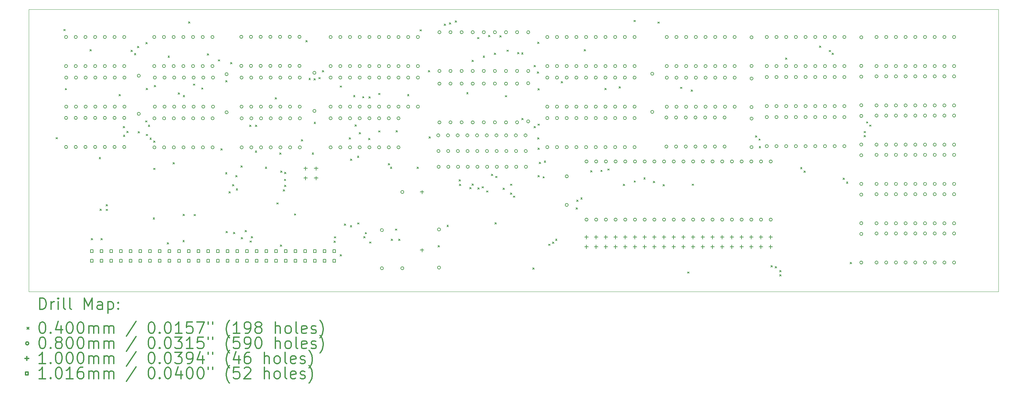
<source format=gbr>
%FSLAX45Y45*%
G04 Gerber Fmt 4.5, Leading zero omitted, Abs format (unit mm)*
G04 Created by KiCad (PCBNEW (5.1.12)-1) date 2024-06-16 18:18:29*
%MOMM*%
%LPD*%
G01*
G04 APERTURE LIST*
%TA.AperFunction,Profile*%
%ADD10C,0.050000*%
%TD*%
%ADD11C,0.200000*%
%ADD12C,0.300000*%
G04 APERTURE END LIST*
D10*
X27534708Y-11990108D02*
X2134708Y-11990108D01*
X27534708Y-4590108D02*
X27534708Y-11990108D01*
X2134708Y-4590108D02*
X27534708Y-4590108D01*
X2134708Y-11990108D02*
X2134708Y-4590108D01*
D11*
X2843980Y-7951721D02*
X2883980Y-7991721D01*
X2883980Y-7951721D02*
X2843980Y-7991721D01*
X3050708Y-5114108D02*
X3090708Y-5154108D01*
X3090708Y-5114108D02*
X3050708Y-5154108D01*
X3086708Y-6664108D02*
X3126708Y-6704108D01*
X3126708Y-6664108D02*
X3086708Y-6704108D01*
X3734708Y-5645108D02*
X3774708Y-5685108D01*
X3774708Y-5645108D02*
X3734708Y-5685108D01*
X3765108Y-10597708D02*
X3805108Y-10637708D01*
X3805108Y-10597708D02*
X3765108Y-10637708D01*
X3974708Y-8474108D02*
X4014708Y-8514108D01*
X4014708Y-8474108D02*
X3974708Y-8514108D01*
X3995708Y-9826108D02*
X4035708Y-9866108D01*
X4035708Y-9826108D02*
X3995708Y-9866108D01*
X4019108Y-10597708D02*
X4059108Y-10637708D01*
X4059108Y-10597708D02*
X4019108Y-10637708D01*
X4154708Y-9706108D02*
X4194708Y-9746108D01*
X4194708Y-9706108D02*
X4154708Y-9746108D01*
X4158708Y-9831108D02*
X4198708Y-9871108D01*
X4198708Y-9831108D02*
X4158708Y-9871108D01*
X4498708Y-6822108D02*
X4538708Y-6862108D01*
X4538708Y-6822108D02*
X4498708Y-6862108D01*
X4604708Y-7660108D02*
X4644708Y-7700108D01*
X4644708Y-7660108D02*
X4604708Y-7700108D01*
X4610708Y-7886108D02*
X4650708Y-7926108D01*
X4650708Y-7886108D02*
X4610708Y-7926108D01*
X4701708Y-7787108D02*
X4741708Y-7827108D01*
X4741708Y-7787108D02*
X4701708Y-7827108D01*
X4807708Y-5660108D02*
X4847708Y-5700108D01*
X4847708Y-5660108D02*
X4807708Y-5700108D01*
X4897708Y-5743108D02*
X4937708Y-5783108D01*
X4937708Y-5743108D02*
X4897708Y-5783108D01*
X4977708Y-5558108D02*
X5017708Y-5598108D01*
X5017708Y-5558108D02*
X4977708Y-5598108D01*
X4994708Y-7793108D02*
X5034708Y-7833108D01*
X5034708Y-7793108D02*
X4994708Y-7833108D01*
X5190209Y-7510108D02*
X5230209Y-7550108D01*
X5230209Y-7510108D02*
X5190209Y-7550108D01*
X5200708Y-5460108D02*
X5240708Y-5500108D01*
X5240708Y-5460108D02*
X5200708Y-5500108D01*
X5206708Y-7867108D02*
X5246708Y-7907108D01*
X5246708Y-7867108D02*
X5206708Y-7907108D01*
X5208708Y-6660108D02*
X5248708Y-6700108D01*
X5248708Y-6660108D02*
X5208708Y-6700108D01*
X5261708Y-7622108D02*
X5301708Y-7662108D01*
X5301708Y-7622108D02*
X5261708Y-7662108D01*
X5305708Y-7963108D02*
X5345708Y-8003108D01*
X5345708Y-7963108D02*
X5305708Y-8003108D01*
X5389708Y-10053108D02*
X5429708Y-10093108D01*
X5429708Y-10053108D02*
X5389708Y-10093108D01*
X5401708Y-8754108D02*
X5441708Y-8794108D01*
X5441708Y-8754108D02*
X5401708Y-8794108D01*
X5402708Y-8037108D02*
X5442708Y-8077108D01*
X5442708Y-8037108D02*
X5402708Y-8077108D01*
X5417708Y-6582108D02*
X5457708Y-6622108D01*
X5457708Y-6582108D02*
X5417708Y-6622108D01*
X5754708Y-10707108D02*
X5794708Y-10747108D01*
X5794708Y-10707108D02*
X5754708Y-10747108D01*
X5779708Y-5814607D02*
X5819708Y-5854607D01*
X5819708Y-5814607D02*
X5779708Y-5854607D01*
X5909708Y-8605108D02*
X5949708Y-8645108D01*
X5949708Y-8605108D02*
X5909708Y-8645108D01*
X6045708Y-6780108D02*
X6085708Y-6820108D01*
X6085708Y-6780108D02*
X6045708Y-6820108D01*
X6168708Y-10650108D02*
X6208708Y-10690108D01*
X6208708Y-10650108D02*
X6168708Y-10690108D01*
X6170708Y-9963108D02*
X6210708Y-10003108D01*
X6210708Y-9963108D02*
X6170708Y-10003108D01*
X6176708Y-6848108D02*
X6216708Y-6888108D01*
X6216708Y-6848108D02*
X6176708Y-6888108D01*
X6313708Y-4916108D02*
X6353708Y-4956108D01*
X6353708Y-4916108D02*
X6313708Y-4956108D01*
X6441708Y-6545108D02*
X6481708Y-6585108D01*
X6481708Y-6545108D02*
X6441708Y-6585108D01*
X6459708Y-9967108D02*
X6499708Y-10007108D01*
X6499708Y-9967108D02*
X6459708Y-10007108D01*
X6658708Y-6648108D02*
X6698708Y-6688108D01*
X6698708Y-6648108D02*
X6658708Y-6688108D01*
X6809708Y-5755108D02*
X6849708Y-5795108D01*
X6849708Y-5755108D02*
X6809708Y-5795108D01*
X7094708Y-5910108D02*
X7134708Y-5950108D01*
X7134708Y-5910108D02*
X7094708Y-5950108D01*
X7163708Y-8245108D02*
X7203708Y-8285108D01*
X7203708Y-8245108D02*
X7163708Y-8285108D01*
X7286708Y-8869108D02*
X7326708Y-8909108D01*
X7326708Y-8869108D02*
X7286708Y-8909108D01*
X7292708Y-6455108D02*
X7332708Y-6495108D01*
X7332708Y-6455108D02*
X7292708Y-6495108D01*
X7295708Y-10413108D02*
X7335708Y-10453108D01*
X7335708Y-10413108D02*
X7295708Y-10453108D01*
X7376708Y-9368108D02*
X7416708Y-9408108D01*
X7416708Y-9368108D02*
X7376708Y-9408108D01*
X7418708Y-5982608D02*
X7458708Y-6022608D01*
X7458708Y-5982608D02*
X7418708Y-6022608D01*
X7467708Y-9180607D02*
X7507708Y-9220607D01*
X7507708Y-9180607D02*
X7467708Y-9220607D01*
X7495708Y-10436108D02*
X7535708Y-10476108D01*
X7535708Y-10436108D02*
X7495708Y-10476108D01*
X7553708Y-8944108D02*
X7593708Y-8984108D01*
X7593708Y-8944108D02*
X7553708Y-8984108D01*
X7565708Y-9295108D02*
X7605708Y-9335108D01*
X7605708Y-9295108D02*
X7565708Y-9335108D01*
X7687708Y-8691108D02*
X7727708Y-8731108D01*
X7727708Y-8691108D02*
X7687708Y-8731108D01*
X7698708Y-10573108D02*
X7738708Y-10613108D01*
X7738708Y-10573108D02*
X7698708Y-10613108D01*
X7800708Y-10387108D02*
X7840708Y-10427108D01*
X7840708Y-10387108D02*
X7800708Y-10427108D01*
X7915708Y-7627108D02*
X7955708Y-7667108D01*
X7955708Y-7627108D02*
X7915708Y-7667108D01*
X7923708Y-10661108D02*
X7963708Y-10701108D01*
X7963708Y-10661108D02*
X7923708Y-10701108D01*
X7957708Y-10545108D02*
X7997708Y-10585108D01*
X7997708Y-10545108D02*
X7957708Y-10585108D01*
X8063708Y-8303108D02*
X8103708Y-8343108D01*
X8103708Y-8303108D02*
X8063708Y-8343108D01*
X8070708Y-7626108D02*
X8110708Y-7666108D01*
X8110708Y-7626108D02*
X8070708Y-7666108D01*
X8326708Y-8727108D02*
X8366708Y-8767108D01*
X8366708Y-8727108D02*
X8326708Y-8767108D01*
X8583708Y-6908108D02*
X8623708Y-6948108D01*
X8623708Y-6908108D02*
X8583708Y-6948108D01*
X8628708Y-9662108D02*
X8668708Y-9702108D01*
X8668708Y-9662108D02*
X8628708Y-9702108D01*
X8703708Y-8350108D02*
X8743708Y-8390108D01*
X8743708Y-8350108D02*
X8703708Y-8390108D01*
X8719708Y-10769108D02*
X8759708Y-10809108D01*
X8759708Y-10769108D02*
X8719708Y-10809108D01*
X8728708Y-8829108D02*
X8768708Y-8869108D01*
X8768708Y-8829108D02*
X8728708Y-8869108D01*
X8799708Y-9320108D02*
X8839708Y-9360108D01*
X8839708Y-9320108D02*
X8799708Y-9360108D01*
X8826708Y-9044108D02*
X8866708Y-9084108D01*
X8866708Y-9044108D02*
X8826708Y-9084108D01*
X8832954Y-8859841D02*
X8872954Y-8899841D01*
X8872954Y-8859841D02*
X8832954Y-8899841D01*
X8833708Y-9201108D02*
X8873708Y-9241108D01*
X8873708Y-9201108D02*
X8833708Y-9241108D01*
X9088708Y-9948108D02*
X9128708Y-9988108D01*
X9128708Y-9948108D02*
X9088708Y-9988108D01*
X9273708Y-8007108D02*
X9313708Y-8047108D01*
X9313708Y-8007108D02*
X9273708Y-8047108D01*
X9390207Y-5407108D02*
X9430207Y-5447108D01*
X9430207Y-5407108D02*
X9390207Y-5447108D01*
X9469708Y-6398108D02*
X9509708Y-6438108D01*
X9509708Y-6398108D02*
X9469708Y-6438108D01*
X9554708Y-8353108D02*
X9594708Y-8393108D01*
X9594708Y-8353108D02*
X9554708Y-8393108D01*
X9599708Y-6408276D02*
X9639708Y-6448276D01*
X9639708Y-6408276D02*
X9599708Y-6448276D01*
X9606708Y-7550108D02*
X9646708Y-7590108D01*
X9646708Y-7550108D02*
X9606708Y-7590108D01*
X9727708Y-6375108D02*
X9767708Y-6415108D01*
X9767708Y-6375108D02*
X9727708Y-6415108D01*
X9819708Y-6195108D02*
X9859708Y-6235108D01*
X9859708Y-6195108D02*
X9819708Y-6235108D01*
X10125708Y-10666108D02*
X10165708Y-10706108D01*
X10165708Y-10666108D02*
X10125708Y-10706108D01*
X10132708Y-10551108D02*
X10172708Y-10591108D01*
X10172708Y-10551108D02*
X10132708Y-10591108D01*
X10285708Y-6597108D02*
X10325708Y-6637108D01*
X10325708Y-6597108D02*
X10285708Y-6637108D01*
X10287708Y-11022108D02*
X10327708Y-11062108D01*
X10327708Y-11022108D02*
X10287708Y-11062108D01*
X10399708Y-10215108D02*
X10439708Y-10255108D01*
X10439708Y-10215108D02*
X10399708Y-10255108D01*
X10526708Y-7958108D02*
X10566708Y-7998108D01*
X10566708Y-7958108D02*
X10526708Y-7998108D01*
X10554708Y-10255108D02*
X10594708Y-10295108D01*
X10594708Y-10255108D02*
X10554708Y-10295108D01*
X10559708Y-8515108D02*
X10599708Y-8555108D01*
X10599708Y-8515108D02*
X10559708Y-8555108D01*
X10639708Y-6845108D02*
X10679708Y-6885108D01*
X10679708Y-6845108D02*
X10639708Y-6885108D01*
X10679708Y-7617608D02*
X10719708Y-7657608D01*
X10719708Y-7617608D02*
X10679708Y-7657608D01*
X10739708Y-8435108D02*
X10779708Y-8475108D01*
X10779708Y-8435108D02*
X10739708Y-8475108D01*
X10744708Y-10185108D02*
X10784708Y-10225108D01*
X10784708Y-10185108D02*
X10744708Y-10225108D01*
X10789708Y-7820108D02*
X10829708Y-7860108D01*
X10829708Y-7820108D02*
X10789708Y-7860108D01*
X10874708Y-6875108D02*
X10914708Y-6915108D01*
X10914708Y-6875108D02*
X10874708Y-6915108D01*
X10902708Y-10545108D02*
X10942708Y-10585108D01*
X10942708Y-10545108D02*
X10902708Y-10585108D01*
X10942708Y-10440108D02*
X10982708Y-10480108D01*
X10982708Y-10440108D02*
X10942708Y-10480108D01*
X11030708Y-7972108D02*
X11070708Y-8012108D01*
X11070708Y-7972108D02*
X11030708Y-8012108D01*
X11039708Y-6880108D02*
X11079708Y-6920108D01*
X11079708Y-6880108D02*
X11039708Y-6920108D01*
X11059708Y-10685108D02*
X11099708Y-10725108D01*
X11099708Y-10685108D02*
X11059708Y-10725108D01*
X11294708Y-6790108D02*
X11334708Y-6830108D01*
X11334708Y-6790108D02*
X11294708Y-6830108D01*
X11295708Y-7772608D02*
X11335708Y-7812608D01*
X11335708Y-7772608D02*
X11295708Y-7812608D01*
X11547708Y-8632108D02*
X11587708Y-8672108D01*
X11587708Y-8632108D02*
X11547708Y-8672108D01*
X11603708Y-8727108D02*
X11643708Y-8767108D01*
X11643708Y-8727108D02*
X11603708Y-8767108D01*
X11627708Y-10612608D02*
X11667708Y-10652608D01*
X11667708Y-10612608D02*
X11627708Y-10652608D01*
X11733708Y-10347108D02*
X11773708Y-10387108D01*
X11773708Y-10347108D02*
X11733708Y-10387108D01*
X11754708Y-7770108D02*
X11794708Y-7810108D01*
X11794708Y-7770108D02*
X11754708Y-7810108D01*
X11819708Y-10612608D02*
X11859708Y-10652608D01*
X11859708Y-10612608D02*
X11819708Y-10652608D01*
X12051708Y-6820108D02*
X12091708Y-6860108D01*
X12091708Y-6820108D02*
X12051708Y-6860108D01*
X12301708Y-8727108D02*
X12341708Y-8767108D01*
X12341708Y-8727108D02*
X12301708Y-8767108D01*
X12380708Y-5123108D02*
X12420708Y-5163108D01*
X12420708Y-5123108D02*
X12380708Y-5163108D01*
X12599708Y-6195108D02*
X12639708Y-6235108D01*
X12639708Y-6195108D02*
X12599708Y-6235108D01*
X12617708Y-7932108D02*
X12657708Y-7972108D01*
X12657708Y-7932108D02*
X12617708Y-7972108D01*
X12854708Y-10785108D02*
X12894708Y-10825108D01*
X12894708Y-10785108D02*
X12854708Y-10825108D01*
X13013442Y-4973842D02*
X13053442Y-5013842D01*
X13053442Y-4973842D02*
X13013442Y-5013842D01*
X13084708Y-10250108D02*
X13124708Y-10290108D01*
X13124708Y-10250108D02*
X13084708Y-10290108D01*
X13149708Y-4940108D02*
X13189708Y-4980108D01*
X13189708Y-4940108D02*
X13149708Y-4980108D01*
X13299708Y-4887609D02*
X13339708Y-4927609D01*
X13339708Y-4887609D02*
X13299708Y-4927609D01*
X13403442Y-9053842D02*
X13443442Y-9093842D01*
X13443442Y-9053842D02*
X13403442Y-9093842D01*
X13409708Y-9175108D02*
X13449708Y-9215108D01*
X13449708Y-9175108D02*
X13409708Y-9215108D01*
X13601708Y-6770108D02*
X13641708Y-6810108D01*
X13641708Y-6770108D02*
X13601708Y-6810108D01*
X13679708Y-9260607D02*
X13719708Y-9300607D01*
X13719708Y-9260607D02*
X13679708Y-9300607D01*
X13743708Y-9168108D02*
X13783708Y-9208108D01*
X13783708Y-9168108D02*
X13743708Y-9208108D01*
X13744708Y-5920108D02*
X13784708Y-5960108D01*
X13784708Y-5920108D02*
X13744708Y-5960108D01*
X13884708Y-5325108D02*
X13924708Y-5365108D01*
X13924708Y-5325108D02*
X13884708Y-5365108D01*
X13891708Y-9267108D02*
X13931708Y-9307108D01*
X13931708Y-9267108D02*
X13891708Y-9307108D01*
X14005708Y-9237108D02*
X14045708Y-9277108D01*
X14045708Y-9237108D02*
X14005708Y-9277108D01*
X14032708Y-5814108D02*
X14072708Y-5854108D01*
X14072708Y-5814108D02*
X14032708Y-5854108D01*
X14119708Y-9347108D02*
X14159708Y-9387108D01*
X14159708Y-9347108D02*
X14119708Y-9387108D01*
X14174708Y-5270108D02*
X14214708Y-5310108D01*
X14214708Y-5270108D02*
X14174708Y-5310108D01*
X14249708Y-8912608D02*
X14289708Y-8952608D01*
X14289708Y-8912608D02*
X14249708Y-8952608D01*
X14325708Y-5737108D02*
X14365708Y-5777108D01*
X14365708Y-5737108D02*
X14325708Y-5777108D01*
X14341708Y-10182108D02*
X14381708Y-10222108D01*
X14381708Y-10182108D02*
X14341708Y-10222108D01*
X14359708Y-8967607D02*
X14399708Y-9007607D01*
X14399708Y-8967607D02*
X14359708Y-9007607D01*
X14469708Y-5277608D02*
X14509708Y-5317608D01*
X14509708Y-5277608D02*
X14469708Y-5317608D01*
X14552708Y-9276108D02*
X14592708Y-9316108D01*
X14592708Y-9276108D02*
X14552708Y-9316108D01*
X14613458Y-6851358D02*
X14653458Y-6891358D01*
X14653458Y-6851358D02*
X14613458Y-6891358D01*
X14654708Y-5657608D02*
X14694708Y-5697608D01*
X14694708Y-5657608D02*
X14654708Y-5697608D01*
X14749708Y-9170108D02*
X14789708Y-9210108D01*
X14789708Y-9170108D02*
X14749708Y-9210108D01*
X14750708Y-9402108D02*
X14790708Y-9442108D01*
X14790708Y-9402108D02*
X14750708Y-9442108D01*
X14822708Y-9483108D02*
X14862708Y-9523108D01*
X14862708Y-9483108D02*
X14822708Y-9523108D01*
X14933708Y-5722108D02*
X14973708Y-5762108D01*
X14973708Y-5722108D02*
X14933708Y-5762108D01*
X15040708Y-5727108D02*
X15080708Y-5767108D01*
X15080708Y-5727108D02*
X15040708Y-5767108D01*
X15044708Y-7450108D02*
X15084708Y-7490108D01*
X15084708Y-7450108D02*
X15044708Y-7490108D01*
X15333708Y-11367108D02*
X15373708Y-11407108D01*
X15373708Y-11367108D02*
X15333708Y-11407108D01*
X15364708Y-6060108D02*
X15404708Y-6100108D01*
X15404708Y-6060108D02*
X15364708Y-6100108D01*
X15369708Y-7660108D02*
X15409708Y-7700108D01*
X15409708Y-7660108D02*
X15369708Y-7700108D01*
X15454708Y-6225108D02*
X15494708Y-6265108D01*
X15494708Y-6225108D02*
X15454708Y-6265108D01*
X15459708Y-7955108D02*
X15499708Y-7995108D01*
X15499708Y-7955108D02*
X15459708Y-7995108D01*
X15461708Y-5446108D02*
X15501708Y-5486108D01*
X15501708Y-5446108D02*
X15461708Y-5486108D01*
X15468474Y-8228874D02*
X15508474Y-8268874D01*
X15508474Y-8228874D02*
X15468474Y-8268874D01*
X15469708Y-6670107D02*
X15509708Y-6710107D01*
X15509708Y-6670107D02*
X15469708Y-6710107D01*
X15469708Y-7595108D02*
X15509708Y-7635108D01*
X15509708Y-7595108D02*
X15469708Y-7635108D01*
X15471708Y-8944108D02*
X15511708Y-8984108D01*
X15511708Y-8944108D02*
X15471708Y-8984108D01*
X15499708Y-8600108D02*
X15539708Y-8640108D01*
X15539708Y-8600108D02*
X15499708Y-8640108D01*
X15599708Y-8975108D02*
X15639708Y-9015108D01*
X15639708Y-8975108D02*
X15599708Y-9015108D01*
X15634708Y-8567608D02*
X15674708Y-8607608D01*
X15674708Y-8567608D02*
X15634708Y-8607608D01*
X15749708Y-10745108D02*
X15789708Y-10785108D01*
X15789708Y-10745108D02*
X15749708Y-10785108D01*
X15849708Y-10690108D02*
X15889708Y-10730108D01*
X15889708Y-10690108D02*
X15849708Y-10730108D01*
X15929708Y-10615108D02*
X15969708Y-10655108D01*
X15969708Y-10615108D02*
X15929708Y-10655108D01*
X16079708Y-6480108D02*
X16119708Y-6520108D01*
X16119708Y-6480108D02*
X16079708Y-6520108D01*
X16469708Y-9795108D02*
X16509708Y-9835108D01*
X16509708Y-9795108D02*
X16469708Y-9835108D01*
X16484708Y-9592108D02*
X16524708Y-9632108D01*
X16524708Y-9592108D02*
X16484708Y-9632108D01*
X16589708Y-9527609D02*
X16629708Y-9567609D01*
X16629708Y-9527609D02*
X16589708Y-9567609D01*
X16676708Y-5642108D02*
X16716708Y-5682108D01*
X16716708Y-5642108D02*
X16676708Y-5682108D01*
X16846708Y-8818108D02*
X16886708Y-8858108D01*
X16886708Y-8818108D02*
X16846708Y-8858108D01*
X17116708Y-8805108D02*
X17156708Y-8845108D01*
X17156708Y-8805108D02*
X17116708Y-8845108D01*
X17219708Y-6660108D02*
X17259708Y-6700108D01*
X17259708Y-6660108D02*
X17219708Y-6700108D01*
X17299708Y-8773108D02*
X17339708Y-8813108D01*
X17339708Y-8773108D02*
X17299708Y-8813108D01*
X17594708Y-6615108D02*
X17634708Y-6655108D01*
X17634708Y-6615108D02*
X17594708Y-6655108D01*
X17703708Y-9173108D02*
X17743708Y-9213108D01*
X17743708Y-9173108D02*
X17703708Y-9213108D01*
X17984708Y-4877608D02*
X18024708Y-4917608D01*
X18024708Y-4877608D02*
X17984708Y-4917608D01*
X17988708Y-9086108D02*
X18028708Y-9126108D01*
X18028708Y-9086108D02*
X17988708Y-9126108D01*
X18240708Y-9007108D02*
X18280708Y-9047108D01*
X18280708Y-9007108D02*
X18240708Y-9047108D01*
X18489708Y-9100108D02*
X18529708Y-9140108D01*
X18529708Y-9100108D02*
X18489708Y-9140108D01*
X18609708Y-4920108D02*
X18649708Y-4960108D01*
X18649708Y-4920108D02*
X18609708Y-4960108D01*
X18744708Y-9180108D02*
X18784708Y-9220108D01*
X18784708Y-9180108D02*
X18744708Y-9220108D01*
X19204708Y-6630108D02*
X19244708Y-6670108D01*
X19244708Y-6630108D02*
X19204708Y-6670108D01*
X19386708Y-11473108D02*
X19426708Y-11513108D01*
X19426708Y-11473108D02*
X19386708Y-11513108D01*
X19484708Y-6705108D02*
X19524708Y-6745108D01*
X19524708Y-6705108D02*
X19484708Y-6745108D01*
X19509708Y-9170108D02*
X19549708Y-9210108D01*
X19549708Y-9170108D02*
X19509708Y-9210108D01*
X21164708Y-7902609D02*
X21204708Y-7942609D01*
X21204708Y-7902609D02*
X21164708Y-7942609D01*
X21254708Y-7985108D02*
X21294708Y-8025108D01*
X21294708Y-7985108D02*
X21254708Y-8025108D01*
X21264708Y-8185108D02*
X21304708Y-8225108D01*
X21304708Y-8185108D02*
X21264708Y-8225108D01*
X21571708Y-11310108D02*
X21611708Y-11350108D01*
X21611708Y-11310108D02*
X21571708Y-11350108D01*
X21682708Y-11333108D02*
X21722708Y-11373108D01*
X21722708Y-11333108D02*
X21682708Y-11373108D01*
X21804708Y-11435108D02*
X21844708Y-11475108D01*
X21844708Y-11435108D02*
X21804708Y-11475108D01*
X21804708Y-11545108D02*
X21844708Y-11585108D01*
X21844708Y-11545108D02*
X21804708Y-11585108D01*
X21954708Y-5862607D02*
X21994708Y-5902607D01*
X21994708Y-5862607D02*
X21954708Y-5902607D01*
X22348708Y-8735607D02*
X22388708Y-8775607D01*
X22388708Y-8735607D02*
X22348708Y-8775607D01*
X22436708Y-8828108D02*
X22476708Y-8868108D01*
X22476708Y-8828108D02*
X22436708Y-8868108D01*
X22844708Y-5552607D02*
X22884708Y-5592607D01*
X22884708Y-5552607D02*
X22844708Y-5592607D01*
X23094708Y-5665108D02*
X23134708Y-5705108D01*
X23134708Y-5665108D02*
X23094708Y-5705108D01*
X23171708Y-5737608D02*
X23211708Y-5777608D01*
X23211708Y-5737608D02*
X23171708Y-5777608D01*
X23459708Y-9015108D02*
X23499708Y-9055108D01*
X23499708Y-9015108D02*
X23459708Y-9055108D01*
X23549708Y-9112108D02*
X23589708Y-9152108D01*
X23589708Y-9112108D02*
X23549708Y-9152108D01*
X23649708Y-11225108D02*
X23689708Y-11265108D01*
X23689708Y-11225108D02*
X23649708Y-11265108D01*
X24014708Y-7790108D02*
X24054708Y-7830108D01*
X24054708Y-7790108D02*
X24014708Y-7830108D01*
X24014708Y-7895108D02*
X24054708Y-7935108D01*
X24054708Y-7895108D02*
X24014708Y-7935108D01*
X24074708Y-7535108D02*
X24114708Y-7575108D01*
X24114708Y-7535108D02*
X24074708Y-7575108D01*
X24154708Y-7620108D02*
X24194708Y-7660108D01*
X24194708Y-7620108D02*
X24154708Y-7660108D01*
X3149708Y-5318108D02*
G75*
G03*
X3149708Y-5318108I-40000J0D01*
G01*
X3149708Y-6080108D02*
G75*
G03*
X3149708Y-6080108I-40000J0D01*
G01*
X3149708Y-7438108D02*
G75*
G03*
X3149708Y-7438108I-40000J0D01*
G01*
X3149708Y-8200108D02*
G75*
G03*
X3149708Y-8200108I-40000J0D01*
G01*
X3154708Y-6380608D02*
G75*
G03*
X3154708Y-6380608I-40000J0D01*
G01*
X3154708Y-7142608D02*
G75*
G03*
X3154708Y-7142608I-40000J0D01*
G01*
X3403708Y-5318108D02*
G75*
G03*
X3403708Y-5318108I-40000J0D01*
G01*
X3403708Y-6080108D02*
G75*
G03*
X3403708Y-6080108I-40000J0D01*
G01*
X3403708Y-7438108D02*
G75*
G03*
X3403708Y-7438108I-40000J0D01*
G01*
X3403708Y-8200108D02*
G75*
G03*
X3403708Y-8200108I-40000J0D01*
G01*
X3408708Y-6380608D02*
G75*
G03*
X3408708Y-6380608I-40000J0D01*
G01*
X3408708Y-7142608D02*
G75*
G03*
X3408708Y-7142608I-40000J0D01*
G01*
X3657708Y-5318108D02*
G75*
G03*
X3657708Y-5318108I-40000J0D01*
G01*
X3657708Y-6080108D02*
G75*
G03*
X3657708Y-6080108I-40000J0D01*
G01*
X3657708Y-7438108D02*
G75*
G03*
X3657708Y-7438108I-40000J0D01*
G01*
X3657708Y-8200108D02*
G75*
G03*
X3657708Y-8200108I-40000J0D01*
G01*
X3662708Y-6380608D02*
G75*
G03*
X3662708Y-6380608I-40000J0D01*
G01*
X3662708Y-7142608D02*
G75*
G03*
X3662708Y-7142608I-40000J0D01*
G01*
X3911708Y-5318108D02*
G75*
G03*
X3911708Y-5318108I-40000J0D01*
G01*
X3911708Y-6080108D02*
G75*
G03*
X3911708Y-6080108I-40000J0D01*
G01*
X3911708Y-7438108D02*
G75*
G03*
X3911708Y-7438108I-40000J0D01*
G01*
X3911708Y-8200108D02*
G75*
G03*
X3911708Y-8200108I-40000J0D01*
G01*
X3916708Y-6380608D02*
G75*
G03*
X3916708Y-6380608I-40000J0D01*
G01*
X3916708Y-7142608D02*
G75*
G03*
X3916708Y-7142608I-40000J0D01*
G01*
X4165708Y-5318108D02*
G75*
G03*
X4165708Y-5318108I-40000J0D01*
G01*
X4165708Y-6080108D02*
G75*
G03*
X4165708Y-6080108I-40000J0D01*
G01*
X4165708Y-7438108D02*
G75*
G03*
X4165708Y-7438108I-40000J0D01*
G01*
X4165708Y-8200108D02*
G75*
G03*
X4165708Y-8200108I-40000J0D01*
G01*
X4170708Y-6380608D02*
G75*
G03*
X4170708Y-6380608I-40000J0D01*
G01*
X4170708Y-7142608D02*
G75*
G03*
X4170708Y-7142608I-40000J0D01*
G01*
X4419708Y-5318108D02*
G75*
G03*
X4419708Y-5318108I-40000J0D01*
G01*
X4419708Y-6080108D02*
G75*
G03*
X4419708Y-6080108I-40000J0D01*
G01*
X4419708Y-7438108D02*
G75*
G03*
X4419708Y-7438108I-40000J0D01*
G01*
X4419708Y-8200108D02*
G75*
G03*
X4419708Y-8200108I-40000J0D01*
G01*
X4424708Y-6380608D02*
G75*
G03*
X4424708Y-6380608I-40000J0D01*
G01*
X4424708Y-7142608D02*
G75*
G03*
X4424708Y-7142608I-40000J0D01*
G01*
X4673708Y-5318108D02*
G75*
G03*
X4673708Y-5318108I-40000J0D01*
G01*
X4673708Y-6080108D02*
G75*
G03*
X4673708Y-6080108I-40000J0D01*
G01*
X4673708Y-7438108D02*
G75*
G03*
X4673708Y-7438108I-40000J0D01*
G01*
X4673708Y-8200108D02*
G75*
G03*
X4673708Y-8200108I-40000J0D01*
G01*
X4678708Y-6380608D02*
G75*
G03*
X4678708Y-6380608I-40000J0D01*
G01*
X4678708Y-7142608D02*
G75*
G03*
X4678708Y-7142608I-40000J0D01*
G01*
X5054708Y-6330108D02*
G75*
G03*
X5054708Y-6330108I-40000J0D01*
G01*
X5054708Y-7330108D02*
G75*
G03*
X5054708Y-7330108I-40000J0D01*
G01*
X5459708Y-5318108D02*
G75*
G03*
X5459708Y-5318108I-40000J0D01*
G01*
X5459708Y-6080108D02*
G75*
G03*
X5459708Y-6080108I-40000J0D01*
G01*
X5464708Y-7448108D02*
G75*
G03*
X5464708Y-7448108I-40000J0D01*
G01*
X5464708Y-8210108D02*
G75*
G03*
X5464708Y-8210108I-40000J0D01*
G01*
X5474708Y-6380608D02*
G75*
G03*
X5474708Y-6380608I-40000J0D01*
G01*
X5474708Y-7142608D02*
G75*
G03*
X5474708Y-7142608I-40000J0D01*
G01*
X5713708Y-5318108D02*
G75*
G03*
X5713708Y-5318108I-40000J0D01*
G01*
X5713708Y-6080108D02*
G75*
G03*
X5713708Y-6080108I-40000J0D01*
G01*
X5718708Y-7448108D02*
G75*
G03*
X5718708Y-7448108I-40000J0D01*
G01*
X5718708Y-8210108D02*
G75*
G03*
X5718708Y-8210108I-40000J0D01*
G01*
X5728708Y-6380608D02*
G75*
G03*
X5728708Y-6380608I-40000J0D01*
G01*
X5728708Y-7142608D02*
G75*
G03*
X5728708Y-7142608I-40000J0D01*
G01*
X5967708Y-5318108D02*
G75*
G03*
X5967708Y-5318108I-40000J0D01*
G01*
X5967708Y-6080108D02*
G75*
G03*
X5967708Y-6080108I-40000J0D01*
G01*
X5972708Y-7448108D02*
G75*
G03*
X5972708Y-7448108I-40000J0D01*
G01*
X5972708Y-8210108D02*
G75*
G03*
X5972708Y-8210108I-40000J0D01*
G01*
X5982708Y-6380608D02*
G75*
G03*
X5982708Y-6380608I-40000J0D01*
G01*
X5982708Y-7142608D02*
G75*
G03*
X5982708Y-7142608I-40000J0D01*
G01*
X6221708Y-5318108D02*
G75*
G03*
X6221708Y-5318108I-40000J0D01*
G01*
X6221708Y-6080108D02*
G75*
G03*
X6221708Y-6080108I-40000J0D01*
G01*
X6226708Y-7448108D02*
G75*
G03*
X6226708Y-7448108I-40000J0D01*
G01*
X6226708Y-8210108D02*
G75*
G03*
X6226708Y-8210108I-40000J0D01*
G01*
X6236708Y-6380608D02*
G75*
G03*
X6236708Y-6380608I-40000J0D01*
G01*
X6236708Y-7142608D02*
G75*
G03*
X6236708Y-7142608I-40000J0D01*
G01*
X6475708Y-5318108D02*
G75*
G03*
X6475708Y-5318108I-40000J0D01*
G01*
X6475708Y-6080108D02*
G75*
G03*
X6475708Y-6080108I-40000J0D01*
G01*
X6480708Y-7448108D02*
G75*
G03*
X6480708Y-7448108I-40000J0D01*
G01*
X6480708Y-8210108D02*
G75*
G03*
X6480708Y-8210108I-40000J0D01*
G01*
X6490708Y-6380608D02*
G75*
G03*
X6490708Y-6380608I-40000J0D01*
G01*
X6490708Y-7142608D02*
G75*
G03*
X6490708Y-7142608I-40000J0D01*
G01*
X6729708Y-5318108D02*
G75*
G03*
X6729708Y-5318108I-40000J0D01*
G01*
X6729708Y-6080108D02*
G75*
G03*
X6729708Y-6080108I-40000J0D01*
G01*
X6734708Y-7448108D02*
G75*
G03*
X6734708Y-7448108I-40000J0D01*
G01*
X6734708Y-8210108D02*
G75*
G03*
X6734708Y-8210108I-40000J0D01*
G01*
X6744708Y-6380608D02*
G75*
G03*
X6744708Y-6380608I-40000J0D01*
G01*
X6744708Y-7142608D02*
G75*
G03*
X6744708Y-7142608I-40000J0D01*
G01*
X6983708Y-5318108D02*
G75*
G03*
X6983708Y-5318108I-40000J0D01*
G01*
X6983708Y-6080108D02*
G75*
G03*
X6983708Y-6080108I-40000J0D01*
G01*
X6988708Y-7448108D02*
G75*
G03*
X6988708Y-7448108I-40000J0D01*
G01*
X6988708Y-8210108D02*
G75*
G03*
X6988708Y-8210108I-40000J0D01*
G01*
X6998708Y-6380608D02*
G75*
G03*
X6998708Y-6380608I-40000J0D01*
G01*
X6998708Y-7142608D02*
G75*
G03*
X6998708Y-7142608I-40000J0D01*
G01*
X7354708Y-6292608D02*
G75*
G03*
X7354708Y-6292608I-40000J0D01*
G01*
X7354708Y-7292608D02*
G75*
G03*
X7354708Y-7292608I-40000J0D01*
G01*
X7739708Y-5313108D02*
G75*
G03*
X7739708Y-5313108I-40000J0D01*
G01*
X7739708Y-6075108D02*
G75*
G03*
X7739708Y-6075108I-40000J0D01*
G01*
X7746375Y-6380608D02*
G75*
G03*
X7746375Y-6380608I-40000J0D01*
G01*
X7746375Y-7142608D02*
G75*
G03*
X7746375Y-7142608I-40000J0D01*
G01*
X7749708Y-7448108D02*
G75*
G03*
X7749708Y-7448108I-40000J0D01*
G01*
X7749708Y-8210108D02*
G75*
G03*
X7749708Y-8210108I-40000J0D01*
G01*
X7993708Y-5313108D02*
G75*
G03*
X7993708Y-5313108I-40000J0D01*
G01*
X7993708Y-6075108D02*
G75*
G03*
X7993708Y-6075108I-40000J0D01*
G01*
X8000375Y-6380608D02*
G75*
G03*
X8000375Y-6380608I-40000J0D01*
G01*
X8000375Y-7142608D02*
G75*
G03*
X8000375Y-7142608I-40000J0D01*
G01*
X8003708Y-7448108D02*
G75*
G03*
X8003708Y-7448108I-40000J0D01*
G01*
X8003708Y-8210108D02*
G75*
G03*
X8003708Y-8210108I-40000J0D01*
G01*
X8247708Y-5313108D02*
G75*
G03*
X8247708Y-5313108I-40000J0D01*
G01*
X8247708Y-6075108D02*
G75*
G03*
X8247708Y-6075108I-40000J0D01*
G01*
X8254375Y-6380608D02*
G75*
G03*
X8254375Y-6380608I-40000J0D01*
G01*
X8254375Y-7142608D02*
G75*
G03*
X8254375Y-7142608I-40000J0D01*
G01*
X8257708Y-7448108D02*
G75*
G03*
X8257708Y-7448108I-40000J0D01*
G01*
X8257708Y-8210108D02*
G75*
G03*
X8257708Y-8210108I-40000J0D01*
G01*
X8501708Y-5313108D02*
G75*
G03*
X8501708Y-5313108I-40000J0D01*
G01*
X8501708Y-6075108D02*
G75*
G03*
X8501708Y-6075108I-40000J0D01*
G01*
X8508375Y-6380608D02*
G75*
G03*
X8508375Y-6380608I-40000J0D01*
G01*
X8508375Y-7142608D02*
G75*
G03*
X8508375Y-7142608I-40000J0D01*
G01*
X8511708Y-7448108D02*
G75*
G03*
X8511708Y-7448108I-40000J0D01*
G01*
X8511708Y-8210108D02*
G75*
G03*
X8511708Y-8210108I-40000J0D01*
G01*
X8755708Y-5313108D02*
G75*
G03*
X8755708Y-5313108I-40000J0D01*
G01*
X8755708Y-6075108D02*
G75*
G03*
X8755708Y-6075108I-40000J0D01*
G01*
X8762375Y-6380608D02*
G75*
G03*
X8762375Y-6380608I-40000J0D01*
G01*
X8762375Y-7142608D02*
G75*
G03*
X8762375Y-7142608I-40000J0D01*
G01*
X8765708Y-7448108D02*
G75*
G03*
X8765708Y-7448108I-40000J0D01*
G01*
X8765708Y-8210108D02*
G75*
G03*
X8765708Y-8210108I-40000J0D01*
G01*
X9009708Y-5313108D02*
G75*
G03*
X9009708Y-5313108I-40000J0D01*
G01*
X9009708Y-6075108D02*
G75*
G03*
X9009708Y-6075108I-40000J0D01*
G01*
X9016375Y-6380608D02*
G75*
G03*
X9016375Y-6380608I-40000J0D01*
G01*
X9016375Y-7142608D02*
G75*
G03*
X9016375Y-7142608I-40000J0D01*
G01*
X9019708Y-7448108D02*
G75*
G03*
X9019708Y-7448108I-40000J0D01*
G01*
X9019708Y-8210108D02*
G75*
G03*
X9019708Y-8210108I-40000J0D01*
G01*
X9263708Y-5313108D02*
G75*
G03*
X9263708Y-5313108I-40000J0D01*
G01*
X9263708Y-6075108D02*
G75*
G03*
X9263708Y-6075108I-40000J0D01*
G01*
X9270375Y-6380608D02*
G75*
G03*
X9270375Y-6380608I-40000J0D01*
G01*
X9270375Y-7142608D02*
G75*
G03*
X9270375Y-7142608I-40000J0D01*
G01*
X9273708Y-7448108D02*
G75*
G03*
X9273708Y-7448108I-40000J0D01*
G01*
X9273708Y-8210108D02*
G75*
G03*
X9273708Y-8210108I-40000J0D01*
G01*
X9654708Y-6255108D02*
G75*
G03*
X9654708Y-6255108I-40000J0D01*
G01*
X9654708Y-7255108D02*
G75*
G03*
X9654708Y-7255108I-40000J0D01*
G01*
X10079708Y-5318108D02*
G75*
G03*
X10079708Y-5318108I-40000J0D01*
G01*
X10079708Y-6080108D02*
G75*
G03*
X10079708Y-6080108I-40000J0D01*
G01*
X10079708Y-6380608D02*
G75*
G03*
X10079708Y-6380608I-40000J0D01*
G01*
X10079708Y-7142608D02*
G75*
G03*
X10079708Y-7142608I-40000J0D01*
G01*
X10079708Y-7448108D02*
G75*
G03*
X10079708Y-7448108I-40000J0D01*
G01*
X10079708Y-8210108D02*
G75*
G03*
X10079708Y-8210108I-40000J0D01*
G01*
X10333708Y-5318108D02*
G75*
G03*
X10333708Y-5318108I-40000J0D01*
G01*
X10333708Y-6080108D02*
G75*
G03*
X10333708Y-6080108I-40000J0D01*
G01*
X10333708Y-6380608D02*
G75*
G03*
X10333708Y-6380608I-40000J0D01*
G01*
X10333708Y-7142608D02*
G75*
G03*
X10333708Y-7142608I-40000J0D01*
G01*
X10333708Y-7448108D02*
G75*
G03*
X10333708Y-7448108I-40000J0D01*
G01*
X10333708Y-8210108D02*
G75*
G03*
X10333708Y-8210108I-40000J0D01*
G01*
X10587708Y-5318108D02*
G75*
G03*
X10587708Y-5318108I-40000J0D01*
G01*
X10587708Y-6080108D02*
G75*
G03*
X10587708Y-6080108I-40000J0D01*
G01*
X10587708Y-6380608D02*
G75*
G03*
X10587708Y-6380608I-40000J0D01*
G01*
X10587708Y-7142608D02*
G75*
G03*
X10587708Y-7142608I-40000J0D01*
G01*
X10587708Y-7448108D02*
G75*
G03*
X10587708Y-7448108I-40000J0D01*
G01*
X10587708Y-8210108D02*
G75*
G03*
X10587708Y-8210108I-40000J0D01*
G01*
X10841708Y-5318108D02*
G75*
G03*
X10841708Y-5318108I-40000J0D01*
G01*
X10841708Y-6080108D02*
G75*
G03*
X10841708Y-6080108I-40000J0D01*
G01*
X10841708Y-6380608D02*
G75*
G03*
X10841708Y-6380608I-40000J0D01*
G01*
X10841708Y-7142608D02*
G75*
G03*
X10841708Y-7142608I-40000J0D01*
G01*
X10841708Y-7448108D02*
G75*
G03*
X10841708Y-7448108I-40000J0D01*
G01*
X10841708Y-8210108D02*
G75*
G03*
X10841708Y-8210108I-40000J0D01*
G01*
X11095708Y-5318108D02*
G75*
G03*
X11095708Y-5318108I-40000J0D01*
G01*
X11095708Y-6080108D02*
G75*
G03*
X11095708Y-6080108I-40000J0D01*
G01*
X11095708Y-6380608D02*
G75*
G03*
X11095708Y-6380608I-40000J0D01*
G01*
X11095708Y-7142608D02*
G75*
G03*
X11095708Y-7142608I-40000J0D01*
G01*
X11095708Y-7448108D02*
G75*
G03*
X11095708Y-7448108I-40000J0D01*
G01*
X11095708Y-8210108D02*
G75*
G03*
X11095708Y-8210108I-40000J0D01*
G01*
X11349708Y-5318108D02*
G75*
G03*
X11349708Y-5318108I-40000J0D01*
G01*
X11349708Y-6080108D02*
G75*
G03*
X11349708Y-6080108I-40000J0D01*
G01*
X11349708Y-6380608D02*
G75*
G03*
X11349708Y-6380608I-40000J0D01*
G01*
X11349708Y-7142608D02*
G75*
G03*
X11349708Y-7142608I-40000J0D01*
G01*
X11349708Y-7448108D02*
G75*
G03*
X11349708Y-7448108I-40000J0D01*
G01*
X11349708Y-8210108D02*
G75*
G03*
X11349708Y-8210108I-40000J0D01*
G01*
X11422708Y-10379708D02*
G75*
G03*
X11422708Y-10379708I-40000J0D01*
G01*
X11422708Y-11379708D02*
G75*
G03*
X11422708Y-11379708I-40000J0D01*
G01*
X11603708Y-5318108D02*
G75*
G03*
X11603708Y-5318108I-40000J0D01*
G01*
X11603708Y-6080108D02*
G75*
G03*
X11603708Y-6080108I-40000J0D01*
G01*
X11603708Y-6380608D02*
G75*
G03*
X11603708Y-6380608I-40000J0D01*
G01*
X11603708Y-7142608D02*
G75*
G03*
X11603708Y-7142608I-40000J0D01*
G01*
X11603708Y-7448108D02*
G75*
G03*
X11603708Y-7448108I-40000J0D01*
G01*
X11603708Y-8210108D02*
G75*
G03*
X11603708Y-8210108I-40000J0D01*
G01*
X11857708Y-5318108D02*
G75*
G03*
X11857708Y-5318108I-40000J0D01*
G01*
X11857708Y-6080108D02*
G75*
G03*
X11857708Y-6080108I-40000J0D01*
G01*
X11857708Y-6380608D02*
G75*
G03*
X11857708Y-6380608I-40000J0D01*
G01*
X11857708Y-7142608D02*
G75*
G03*
X11857708Y-7142608I-40000J0D01*
G01*
X11857708Y-7448108D02*
G75*
G03*
X11857708Y-7448108I-40000J0D01*
G01*
X11857708Y-8210108D02*
G75*
G03*
X11857708Y-8210108I-40000J0D01*
G01*
X11957708Y-9380108D02*
G75*
G03*
X11957708Y-9380108I-40000J0D01*
G01*
X11957708Y-11380108D02*
G75*
G03*
X11957708Y-11380108I-40000J0D01*
G01*
X12111708Y-5318108D02*
G75*
G03*
X12111708Y-5318108I-40000J0D01*
G01*
X12111708Y-6080108D02*
G75*
G03*
X12111708Y-6080108I-40000J0D01*
G01*
X12111708Y-6380608D02*
G75*
G03*
X12111708Y-6380608I-40000J0D01*
G01*
X12111708Y-7142608D02*
G75*
G03*
X12111708Y-7142608I-40000J0D01*
G01*
X12365708Y-5318108D02*
G75*
G03*
X12365708Y-5318108I-40000J0D01*
G01*
X12365708Y-6080108D02*
G75*
G03*
X12365708Y-6080108I-40000J0D01*
G01*
X12365708Y-6380608D02*
G75*
G03*
X12365708Y-6380608I-40000J0D01*
G01*
X12365708Y-7142608D02*
G75*
G03*
X12365708Y-7142608I-40000J0D01*
G01*
X12899708Y-7895108D02*
G75*
G03*
X12899708Y-7895108I-40000J0D01*
G01*
X12904708Y-8307608D02*
G75*
G03*
X12904708Y-8307608I-40000J0D01*
G01*
X12909708Y-8720108D02*
G75*
G03*
X12909708Y-8720108I-40000J0D01*
G01*
X12918308Y-10363708D02*
G75*
G03*
X12918308Y-10363708I-40000J0D01*
G01*
X12918308Y-11363708D02*
G75*
G03*
X12918308Y-11363708I-40000J0D01*
G01*
X12929708Y-5192108D02*
G75*
G03*
X12929708Y-5192108I-40000J0D01*
G01*
X12929708Y-6208108D02*
G75*
G03*
X12929708Y-6208108I-40000J0D01*
G01*
X12929708Y-6539108D02*
G75*
G03*
X12929708Y-6539108I-40000J0D01*
G01*
X12929708Y-7555108D02*
G75*
G03*
X12929708Y-7555108I-40000J0D01*
G01*
X13153708Y-7895108D02*
G75*
G03*
X13153708Y-7895108I-40000J0D01*
G01*
X13158708Y-8307608D02*
G75*
G03*
X13158708Y-8307608I-40000J0D01*
G01*
X13163708Y-8720108D02*
G75*
G03*
X13163708Y-8720108I-40000J0D01*
G01*
X13220333Y-5192108D02*
G75*
G03*
X13220333Y-5192108I-40000J0D01*
G01*
X13220333Y-6208108D02*
G75*
G03*
X13220333Y-6208108I-40000J0D01*
G01*
X13220333Y-6539108D02*
G75*
G03*
X13220333Y-6539108I-40000J0D01*
G01*
X13220333Y-7555108D02*
G75*
G03*
X13220333Y-7555108I-40000J0D01*
G01*
X13407708Y-7895108D02*
G75*
G03*
X13407708Y-7895108I-40000J0D01*
G01*
X13412708Y-8307608D02*
G75*
G03*
X13412708Y-8307608I-40000J0D01*
G01*
X13417708Y-8720108D02*
G75*
G03*
X13417708Y-8720108I-40000J0D01*
G01*
X13510958Y-5192108D02*
G75*
G03*
X13510958Y-5192108I-40000J0D01*
G01*
X13510958Y-6208108D02*
G75*
G03*
X13510958Y-6208108I-40000J0D01*
G01*
X13510958Y-6539108D02*
G75*
G03*
X13510958Y-6539108I-40000J0D01*
G01*
X13510958Y-7555108D02*
G75*
G03*
X13510958Y-7555108I-40000J0D01*
G01*
X13661708Y-7895108D02*
G75*
G03*
X13661708Y-7895108I-40000J0D01*
G01*
X13666708Y-8307608D02*
G75*
G03*
X13666708Y-8307608I-40000J0D01*
G01*
X13671708Y-8720108D02*
G75*
G03*
X13671708Y-8720108I-40000J0D01*
G01*
X13801583Y-5192108D02*
G75*
G03*
X13801583Y-5192108I-40000J0D01*
G01*
X13801583Y-6208108D02*
G75*
G03*
X13801583Y-6208108I-40000J0D01*
G01*
X13801583Y-6539108D02*
G75*
G03*
X13801583Y-6539108I-40000J0D01*
G01*
X13801583Y-7555108D02*
G75*
G03*
X13801583Y-7555108I-40000J0D01*
G01*
X13915708Y-7895108D02*
G75*
G03*
X13915708Y-7895108I-40000J0D01*
G01*
X13920708Y-8307608D02*
G75*
G03*
X13920708Y-8307608I-40000J0D01*
G01*
X13925708Y-8720108D02*
G75*
G03*
X13925708Y-8720108I-40000J0D01*
G01*
X14092208Y-5192108D02*
G75*
G03*
X14092208Y-5192108I-40000J0D01*
G01*
X14092208Y-6208108D02*
G75*
G03*
X14092208Y-6208108I-40000J0D01*
G01*
X14092208Y-6539108D02*
G75*
G03*
X14092208Y-6539108I-40000J0D01*
G01*
X14092208Y-7555108D02*
G75*
G03*
X14092208Y-7555108I-40000J0D01*
G01*
X14169708Y-7895108D02*
G75*
G03*
X14169708Y-7895108I-40000J0D01*
G01*
X14174708Y-8307608D02*
G75*
G03*
X14174708Y-8307608I-40000J0D01*
G01*
X14179708Y-8720108D02*
G75*
G03*
X14179708Y-8720108I-40000J0D01*
G01*
X14382833Y-5192108D02*
G75*
G03*
X14382833Y-5192108I-40000J0D01*
G01*
X14382833Y-6208108D02*
G75*
G03*
X14382833Y-6208108I-40000J0D01*
G01*
X14382833Y-6539108D02*
G75*
G03*
X14382833Y-6539108I-40000J0D01*
G01*
X14382833Y-7555108D02*
G75*
G03*
X14382833Y-7555108I-40000J0D01*
G01*
X14423708Y-7895108D02*
G75*
G03*
X14423708Y-7895108I-40000J0D01*
G01*
X14428708Y-8307608D02*
G75*
G03*
X14428708Y-8307608I-40000J0D01*
G01*
X14433708Y-8720108D02*
G75*
G03*
X14433708Y-8720108I-40000J0D01*
G01*
X14673458Y-5192108D02*
G75*
G03*
X14673458Y-5192108I-40000J0D01*
G01*
X14673458Y-6208108D02*
G75*
G03*
X14673458Y-6208108I-40000J0D01*
G01*
X14673458Y-6539108D02*
G75*
G03*
X14673458Y-6539108I-40000J0D01*
G01*
X14673458Y-7555108D02*
G75*
G03*
X14673458Y-7555108I-40000J0D01*
G01*
X14677708Y-7895108D02*
G75*
G03*
X14677708Y-7895108I-40000J0D01*
G01*
X14682708Y-8307608D02*
G75*
G03*
X14682708Y-8307608I-40000J0D01*
G01*
X14687708Y-8720108D02*
G75*
G03*
X14687708Y-8720108I-40000J0D01*
G01*
X14931708Y-7895108D02*
G75*
G03*
X14931708Y-7895108I-40000J0D01*
G01*
X14936708Y-8307608D02*
G75*
G03*
X14936708Y-8307608I-40000J0D01*
G01*
X14941708Y-8720108D02*
G75*
G03*
X14941708Y-8720108I-40000J0D01*
G01*
X14964083Y-5192108D02*
G75*
G03*
X14964083Y-5192108I-40000J0D01*
G01*
X14964083Y-6208108D02*
G75*
G03*
X14964083Y-6208108I-40000J0D01*
G01*
X14964083Y-6539108D02*
G75*
G03*
X14964083Y-6539108I-40000J0D01*
G01*
X14964083Y-7555108D02*
G75*
G03*
X14964083Y-7555108I-40000J0D01*
G01*
X15185708Y-7895108D02*
G75*
G03*
X15185708Y-7895108I-40000J0D01*
G01*
X15190708Y-8307608D02*
G75*
G03*
X15190708Y-8307608I-40000J0D01*
G01*
X15195708Y-8720108D02*
G75*
G03*
X15195708Y-8720108I-40000J0D01*
G01*
X15254708Y-6530108D02*
G75*
G03*
X15254708Y-6530108I-40000J0D01*
G01*
X15254708Y-7530108D02*
G75*
G03*
X15254708Y-7530108I-40000J0D01*
G01*
X15255708Y-5193108D02*
G75*
G03*
X15255708Y-5193108I-40000J0D01*
G01*
X15255708Y-6209108D02*
G75*
G03*
X15255708Y-6209108I-40000J0D01*
G01*
X15754708Y-5318108D02*
G75*
G03*
X15754708Y-5318108I-40000J0D01*
G01*
X15754708Y-6080108D02*
G75*
G03*
X15754708Y-6080108I-40000J0D01*
G01*
X15754708Y-6380608D02*
G75*
G03*
X15754708Y-6380608I-40000J0D01*
G01*
X15754708Y-7142608D02*
G75*
G03*
X15754708Y-7142608I-40000J0D01*
G01*
X15754708Y-7443108D02*
G75*
G03*
X15754708Y-7443108I-40000J0D01*
G01*
X15754708Y-8205108D02*
G75*
G03*
X15754708Y-8205108I-40000J0D01*
G01*
X16008708Y-5318108D02*
G75*
G03*
X16008708Y-5318108I-40000J0D01*
G01*
X16008708Y-6080108D02*
G75*
G03*
X16008708Y-6080108I-40000J0D01*
G01*
X16008708Y-6380608D02*
G75*
G03*
X16008708Y-6380608I-40000J0D01*
G01*
X16008708Y-7142608D02*
G75*
G03*
X16008708Y-7142608I-40000J0D01*
G01*
X16008708Y-7443108D02*
G75*
G03*
X16008708Y-7443108I-40000J0D01*
G01*
X16008708Y-8205108D02*
G75*
G03*
X16008708Y-8205108I-40000J0D01*
G01*
X16262708Y-5318108D02*
G75*
G03*
X16262708Y-5318108I-40000J0D01*
G01*
X16262708Y-6080108D02*
G75*
G03*
X16262708Y-6080108I-40000J0D01*
G01*
X16262708Y-6380608D02*
G75*
G03*
X16262708Y-6380608I-40000J0D01*
G01*
X16262708Y-7142608D02*
G75*
G03*
X16262708Y-7142608I-40000J0D01*
G01*
X16262708Y-7443108D02*
G75*
G03*
X16262708Y-7443108I-40000J0D01*
G01*
X16262708Y-8205108D02*
G75*
G03*
X16262708Y-8205108I-40000J0D01*
G01*
X16264708Y-8970108D02*
G75*
G03*
X16264708Y-8970108I-40000J0D01*
G01*
X16264708Y-9720108D02*
G75*
G03*
X16264708Y-9720108I-40000J0D01*
G01*
X16516708Y-5318108D02*
G75*
G03*
X16516708Y-5318108I-40000J0D01*
G01*
X16516708Y-6080108D02*
G75*
G03*
X16516708Y-6080108I-40000J0D01*
G01*
X16516708Y-6380608D02*
G75*
G03*
X16516708Y-6380608I-40000J0D01*
G01*
X16516708Y-7142608D02*
G75*
G03*
X16516708Y-7142608I-40000J0D01*
G01*
X16516708Y-7443108D02*
G75*
G03*
X16516708Y-7443108I-40000J0D01*
G01*
X16516708Y-8205108D02*
G75*
G03*
X16516708Y-8205108I-40000J0D01*
G01*
X16770708Y-5318108D02*
G75*
G03*
X16770708Y-5318108I-40000J0D01*
G01*
X16770708Y-6080108D02*
G75*
G03*
X16770708Y-6080108I-40000J0D01*
G01*
X16770708Y-6380608D02*
G75*
G03*
X16770708Y-6380608I-40000J0D01*
G01*
X16770708Y-7142608D02*
G75*
G03*
X16770708Y-7142608I-40000J0D01*
G01*
X16770708Y-7443108D02*
G75*
G03*
X16770708Y-7443108I-40000J0D01*
G01*
X16770708Y-8205108D02*
G75*
G03*
X16770708Y-8205108I-40000J0D01*
G01*
X16781708Y-8581108D02*
G75*
G03*
X16781708Y-8581108I-40000J0D01*
G01*
X16781708Y-10105108D02*
G75*
G03*
X16781708Y-10105108I-40000J0D01*
G01*
X17024708Y-5318108D02*
G75*
G03*
X17024708Y-5318108I-40000J0D01*
G01*
X17024708Y-6080108D02*
G75*
G03*
X17024708Y-6080108I-40000J0D01*
G01*
X17024708Y-6380608D02*
G75*
G03*
X17024708Y-6380608I-40000J0D01*
G01*
X17024708Y-7142608D02*
G75*
G03*
X17024708Y-7142608I-40000J0D01*
G01*
X17024708Y-7443108D02*
G75*
G03*
X17024708Y-7443108I-40000J0D01*
G01*
X17024708Y-8205108D02*
G75*
G03*
X17024708Y-8205108I-40000J0D01*
G01*
X17035708Y-8581108D02*
G75*
G03*
X17035708Y-8581108I-40000J0D01*
G01*
X17035708Y-10105108D02*
G75*
G03*
X17035708Y-10105108I-40000J0D01*
G01*
X17278708Y-5318108D02*
G75*
G03*
X17278708Y-5318108I-40000J0D01*
G01*
X17278708Y-6080108D02*
G75*
G03*
X17278708Y-6080108I-40000J0D01*
G01*
X17278708Y-6380608D02*
G75*
G03*
X17278708Y-6380608I-40000J0D01*
G01*
X17278708Y-7142608D02*
G75*
G03*
X17278708Y-7142608I-40000J0D01*
G01*
X17278708Y-7443108D02*
G75*
G03*
X17278708Y-7443108I-40000J0D01*
G01*
X17278708Y-8205108D02*
G75*
G03*
X17278708Y-8205108I-40000J0D01*
G01*
X17289708Y-8581108D02*
G75*
G03*
X17289708Y-8581108I-40000J0D01*
G01*
X17289708Y-10105108D02*
G75*
G03*
X17289708Y-10105108I-40000J0D01*
G01*
X17532708Y-5318108D02*
G75*
G03*
X17532708Y-5318108I-40000J0D01*
G01*
X17532708Y-6080108D02*
G75*
G03*
X17532708Y-6080108I-40000J0D01*
G01*
X17532708Y-6380608D02*
G75*
G03*
X17532708Y-6380608I-40000J0D01*
G01*
X17532708Y-7142608D02*
G75*
G03*
X17532708Y-7142608I-40000J0D01*
G01*
X17532708Y-7443108D02*
G75*
G03*
X17532708Y-7443108I-40000J0D01*
G01*
X17532708Y-8205108D02*
G75*
G03*
X17532708Y-8205108I-40000J0D01*
G01*
X17543708Y-8581108D02*
G75*
G03*
X17543708Y-8581108I-40000J0D01*
G01*
X17543708Y-10105108D02*
G75*
G03*
X17543708Y-10105108I-40000J0D01*
G01*
X17786708Y-5318108D02*
G75*
G03*
X17786708Y-5318108I-40000J0D01*
G01*
X17786708Y-6080108D02*
G75*
G03*
X17786708Y-6080108I-40000J0D01*
G01*
X17786708Y-6380608D02*
G75*
G03*
X17786708Y-6380608I-40000J0D01*
G01*
X17786708Y-7142608D02*
G75*
G03*
X17786708Y-7142608I-40000J0D01*
G01*
X17786708Y-7443108D02*
G75*
G03*
X17786708Y-7443108I-40000J0D01*
G01*
X17786708Y-8205108D02*
G75*
G03*
X17786708Y-8205108I-40000J0D01*
G01*
X17797708Y-8581108D02*
G75*
G03*
X17797708Y-8581108I-40000J0D01*
G01*
X17797708Y-10105108D02*
G75*
G03*
X17797708Y-10105108I-40000J0D01*
G01*
X18040708Y-5318108D02*
G75*
G03*
X18040708Y-5318108I-40000J0D01*
G01*
X18040708Y-6080108D02*
G75*
G03*
X18040708Y-6080108I-40000J0D01*
G01*
X18040708Y-6380608D02*
G75*
G03*
X18040708Y-6380608I-40000J0D01*
G01*
X18040708Y-7142608D02*
G75*
G03*
X18040708Y-7142608I-40000J0D01*
G01*
X18040708Y-7443108D02*
G75*
G03*
X18040708Y-7443108I-40000J0D01*
G01*
X18040708Y-8205108D02*
G75*
G03*
X18040708Y-8205108I-40000J0D01*
G01*
X18051708Y-8581108D02*
G75*
G03*
X18051708Y-8581108I-40000J0D01*
G01*
X18051708Y-10105108D02*
G75*
G03*
X18051708Y-10105108I-40000J0D01*
G01*
X18305708Y-8581108D02*
G75*
G03*
X18305708Y-8581108I-40000J0D01*
G01*
X18305708Y-10105108D02*
G75*
G03*
X18305708Y-10105108I-40000J0D01*
G01*
X18504708Y-6280108D02*
G75*
G03*
X18504708Y-6280108I-40000J0D01*
G01*
X18504708Y-7280108D02*
G75*
G03*
X18504708Y-7280108I-40000J0D01*
G01*
X18559708Y-8581108D02*
G75*
G03*
X18559708Y-8581108I-40000J0D01*
G01*
X18559708Y-10105108D02*
G75*
G03*
X18559708Y-10105108I-40000J0D01*
G01*
X18813708Y-8581108D02*
G75*
G03*
X18813708Y-8581108I-40000J0D01*
G01*
X18813708Y-10105108D02*
G75*
G03*
X18813708Y-10105108I-40000J0D01*
G01*
X18874708Y-7428108D02*
G75*
G03*
X18874708Y-7428108I-40000J0D01*
G01*
X18874708Y-8190108D02*
G75*
G03*
X18874708Y-8190108I-40000J0D01*
G01*
X18884708Y-5318108D02*
G75*
G03*
X18884708Y-5318108I-40000J0D01*
G01*
X18884708Y-6080108D02*
G75*
G03*
X18884708Y-6080108I-40000J0D01*
G01*
X18884708Y-6383108D02*
G75*
G03*
X18884708Y-6383108I-40000J0D01*
G01*
X18884708Y-7145108D02*
G75*
G03*
X18884708Y-7145108I-40000J0D01*
G01*
X19067708Y-8581108D02*
G75*
G03*
X19067708Y-8581108I-40000J0D01*
G01*
X19067708Y-10105108D02*
G75*
G03*
X19067708Y-10105108I-40000J0D01*
G01*
X19128708Y-7428108D02*
G75*
G03*
X19128708Y-7428108I-40000J0D01*
G01*
X19128708Y-8190108D02*
G75*
G03*
X19128708Y-8190108I-40000J0D01*
G01*
X19138708Y-5318108D02*
G75*
G03*
X19138708Y-5318108I-40000J0D01*
G01*
X19138708Y-6080108D02*
G75*
G03*
X19138708Y-6080108I-40000J0D01*
G01*
X19138708Y-6383108D02*
G75*
G03*
X19138708Y-6383108I-40000J0D01*
G01*
X19138708Y-7145108D02*
G75*
G03*
X19138708Y-7145108I-40000J0D01*
G01*
X19321708Y-8581108D02*
G75*
G03*
X19321708Y-8581108I-40000J0D01*
G01*
X19321708Y-10105108D02*
G75*
G03*
X19321708Y-10105108I-40000J0D01*
G01*
X19382708Y-7428108D02*
G75*
G03*
X19382708Y-7428108I-40000J0D01*
G01*
X19382708Y-8190108D02*
G75*
G03*
X19382708Y-8190108I-40000J0D01*
G01*
X19392708Y-5318108D02*
G75*
G03*
X19392708Y-5318108I-40000J0D01*
G01*
X19392708Y-6080108D02*
G75*
G03*
X19392708Y-6080108I-40000J0D01*
G01*
X19392708Y-6383108D02*
G75*
G03*
X19392708Y-6383108I-40000J0D01*
G01*
X19392708Y-7145108D02*
G75*
G03*
X19392708Y-7145108I-40000J0D01*
G01*
X19575708Y-8581108D02*
G75*
G03*
X19575708Y-8581108I-40000J0D01*
G01*
X19575708Y-10105108D02*
G75*
G03*
X19575708Y-10105108I-40000J0D01*
G01*
X19636708Y-7428108D02*
G75*
G03*
X19636708Y-7428108I-40000J0D01*
G01*
X19636708Y-8190108D02*
G75*
G03*
X19636708Y-8190108I-40000J0D01*
G01*
X19646708Y-5318108D02*
G75*
G03*
X19646708Y-5318108I-40000J0D01*
G01*
X19646708Y-6080108D02*
G75*
G03*
X19646708Y-6080108I-40000J0D01*
G01*
X19646708Y-6383108D02*
G75*
G03*
X19646708Y-6383108I-40000J0D01*
G01*
X19646708Y-7145108D02*
G75*
G03*
X19646708Y-7145108I-40000J0D01*
G01*
X19829708Y-8581108D02*
G75*
G03*
X19829708Y-8581108I-40000J0D01*
G01*
X19829708Y-10105108D02*
G75*
G03*
X19829708Y-10105108I-40000J0D01*
G01*
X19890708Y-7428108D02*
G75*
G03*
X19890708Y-7428108I-40000J0D01*
G01*
X19890708Y-8190108D02*
G75*
G03*
X19890708Y-8190108I-40000J0D01*
G01*
X19900708Y-5318108D02*
G75*
G03*
X19900708Y-5318108I-40000J0D01*
G01*
X19900708Y-6080108D02*
G75*
G03*
X19900708Y-6080108I-40000J0D01*
G01*
X19900708Y-6383108D02*
G75*
G03*
X19900708Y-6383108I-40000J0D01*
G01*
X19900708Y-7145108D02*
G75*
G03*
X19900708Y-7145108I-40000J0D01*
G01*
X20083708Y-8581108D02*
G75*
G03*
X20083708Y-8581108I-40000J0D01*
G01*
X20083708Y-10105108D02*
G75*
G03*
X20083708Y-10105108I-40000J0D01*
G01*
X20144708Y-7428108D02*
G75*
G03*
X20144708Y-7428108I-40000J0D01*
G01*
X20144708Y-8190108D02*
G75*
G03*
X20144708Y-8190108I-40000J0D01*
G01*
X20154708Y-5318108D02*
G75*
G03*
X20154708Y-5318108I-40000J0D01*
G01*
X20154708Y-6080108D02*
G75*
G03*
X20154708Y-6080108I-40000J0D01*
G01*
X20154708Y-6383108D02*
G75*
G03*
X20154708Y-6383108I-40000J0D01*
G01*
X20154708Y-7145108D02*
G75*
G03*
X20154708Y-7145108I-40000J0D01*
G01*
X20337708Y-8581108D02*
G75*
G03*
X20337708Y-8581108I-40000J0D01*
G01*
X20337708Y-10105108D02*
G75*
G03*
X20337708Y-10105108I-40000J0D01*
G01*
X20398708Y-7428108D02*
G75*
G03*
X20398708Y-7428108I-40000J0D01*
G01*
X20398708Y-8190108D02*
G75*
G03*
X20398708Y-8190108I-40000J0D01*
G01*
X20408708Y-5318108D02*
G75*
G03*
X20408708Y-5318108I-40000J0D01*
G01*
X20408708Y-6080108D02*
G75*
G03*
X20408708Y-6080108I-40000J0D01*
G01*
X20408708Y-6383108D02*
G75*
G03*
X20408708Y-6383108I-40000J0D01*
G01*
X20408708Y-7145108D02*
G75*
G03*
X20408708Y-7145108I-40000J0D01*
G01*
X20591708Y-8581108D02*
G75*
G03*
X20591708Y-8581108I-40000J0D01*
G01*
X20591708Y-10105108D02*
G75*
G03*
X20591708Y-10105108I-40000J0D01*
G01*
X20662708Y-5318108D02*
G75*
G03*
X20662708Y-5318108I-40000J0D01*
G01*
X20662708Y-6080108D02*
G75*
G03*
X20662708Y-6080108I-40000J0D01*
G01*
X20662708Y-6383108D02*
G75*
G03*
X20662708Y-6383108I-40000J0D01*
G01*
X20662708Y-7145108D02*
G75*
G03*
X20662708Y-7145108I-40000J0D01*
G01*
X20845708Y-8581108D02*
G75*
G03*
X20845708Y-8581108I-40000J0D01*
G01*
X20845708Y-10105108D02*
G75*
G03*
X20845708Y-10105108I-40000J0D01*
G01*
X21099708Y-8581108D02*
G75*
G03*
X21099708Y-8581108I-40000J0D01*
G01*
X21099708Y-10105108D02*
G75*
G03*
X21099708Y-10105108I-40000J0D01*
G01*
X21104708Y-5325108D02*
G75*
G03*
X21104708Y-5325108I-40000J0D01*
G01*
X21104708Y-6075108D02*
G75*
G03*
X21104708Y-6075108I-40000J0D01*
G01*
X21104708Y-6405108D02*
G75*
G03*
X21104708Y-6405108I-40000J0D01*
G01*
X21104708Y-7155108D02*
G75*
G03*
X21104708Y-7155108I-40000J0D01*
G01*
X21104708Y-7455108D02*
G75*
G03*
X21104708Y-7455108I-40000J0D01*
G01*
X21104708Y-8205108D02*
G75*
G03*
X21104708Y-8205108I-40000J0D01*
G01*
X21353708Y-8581108D02*
G75*
G03*
X21353708Y-8581108I-40000J0D01*
G01*
X21353708Y-10105108D02*
G75*
G03*
X21353708Y-10105108I-40000J0D01*
G01*
X21504708Y-5318108D02*
G75*
G03*
X21504708Y-5318108I-40000J0D01*
G01*
X21504708Y-6080108D02*
G75*
G03*
X21504708Y-6080108I-40000J0D01*
G01*
X21504708Y-6368108D02*
G75*
G03*
X21504708Y-6368108I-40000J0D01*
G01*
X21504708Y-7130108D02*
G75*
G03*
X21504708Y-7130108I-40000J0D01*
G01*
X21504708Y-7418108D02*
G75*
G03*
X21504708Y-7418108I-40000J0D01*
G01*
X21504708Y-8180108D02*
G75*
G03*
X21504708Y-8180108I-40000J0D01*
G01*
X21607708Y-8581108D02*
G75*
G03*
X21607708Y-8581108I-40000J0D01*
G01*
X21607708Y-10105108D02*
G75*
G03*
X21607708Y-10105108I-40000J0D01*
G01*
X21758708Y-5318108D02*
G75*
G03*
X21758708Y-5318108I-40000J0D01*
G01*
X21758708Y-6080108D02*
G75*
G03*
X21758708Y-6080108I-40000J0D01*
G01*
X21758708Y-6368108D02*
G75*
G03*
X21758708Y-6368108I-40000J0D01*
G01*
X21758708Y-7130108D02*
G75*
G03*
X21758708Y-7130108I-40000J0D01*
G01*
X21758708Y-7418108D02*
G75*
G03*
X21758708Y-7418108I-40000J0D01*
G01*
X21758708Y-8180108D02*
G75*
G03*
X21758708Y-8180108I-40000J0D01*
G01*
X22012708Y-5318108D02*
G75*
G03*
X22012708Y-5318108I-40000J0D01*
G01*
X22012708Y-6080108D02*
G75*
G03*
X22012708Y-6080108I-40000J0D01*
G01*
X22012708Y-6368108D02*
G75*
G03*
X22012708Y-6368108I-40000J0D01*
G01*
X22012708Y-7130108D02*
G75*
G03*
X22012708Y-7130108I-40000J0D01*
G01*
X22012708Y-7418108D02*
G75*
G03*
X22012708Y-7418108I-40000J0D01*
G01*
X22012708Y-8180108D02*
G75*
G03*
X22012708Y-8180108I-40000J0D01*
G01*
X22266708Y-5318108D02*
G75*
G03*
X22266708Y-5318108I-40000J0D01*
G01*
X22266708Y-6080108D02*
G75*
G03*
X22266708Y-6080108I-40000J0D01*
G01*
X22266708Y-6368108D02*
G75*
G03*
X22266708Y-6368108I-40000J0D01*
G01*
X22266708Y-7130108D02*
G75*
G03*
X22266708Y-7130108I-40000J0D01*
G01*
X22266708Y-7418108D02*
G75*
G03*
X22266708Y-7418108I-40000J0D01*
G01*
X22266708Y-8180108D02*
G75*
G03*
X22266708Y-8180108I-40000J0D01*
G01*
X22520708Y-5318108D02*
G75*
G03*
X22520708Y-5318108I-40000J0D01*
G01*
X22520708Y-6080108D02*
G75*
G03*
X22520708Y-6080108I-40000J0D01*
G01*
X22520708Y-6368108D02*
G75*
G03*
X22520708Y-6368108I-40000J0D01*
G01*
X22520708Y-7130108D02*
G75*
G03*
X22520708Y-7130108I-40000J0D01*
G01*
X22520708Y-7418108D02*
G75*
G03*
X22520708Y-7418108I-40000J0D01*
G01*
X22520708Y-8180108D02*
G75*
G03*
X22520708Y-8180108I-40000J0D01*
G01*
X22774708Y-5318108D02*
G75*
G03*
X22774708Y-5318108I-40000J0D01*
G01*
X22774708Y-6080108D02*
G75*
G03*
X22774708Y-6080108I-40000J0D01*
G01*
X22774708Y-6368108D02*
G75*
G03*
X22774708Y-6368108I-40000J0D01*
G01*
X22774708Y-7130108D02*
G75*
G03*
X22774708Y-7130108I-40000J0D01*
G01*
X22774708Y-7418108D02*
G75*
G03*
X22774708Y-7418108I-40000J0D01*
G01*
X22774708Y-8180108D02*
G75*
G03*
X22774708Y-8180108I-40000J0D01*
G01*
X23028708Y-5318108D02*
G75*
G03*
X23028708Y-5318108I-40000J0D01*
G01*
X23028708Y-6080108D02*
G75*
G03*
X23028708Y-6080108I-40000J0D01*
G01*
X23028708Y-6368108D02*
G75*
G03*
X23028708Y-6368108I-40000J0D01*
G01*
X23028708Y-7130108D02*
G75*
G03*
X23028708Y-7130108I-40000J0D01*
G01*
X23028708Y-7418108D02*
G75*
G03*
X23028708Y-7418108I-40000J0D01*
G01*
X23028708Y-8180108D02*
G75*
G03*
X23028708Y-8180108I-40000J0D01*
G01*
X23282708Y-5318108D02*
G75*
G03*
X23282708Y-5318108I-40000J0D01*
G01*
X23282708Y-6080108D02*
G75*
G03*
X23282708Y-6080108I-40000J0D01*
G01*
X23282708Y-6368108D02*
G75*
G03*
X23282708Y-6368108I-40000J0D01*
G01*
X23282708Y-7130108D02*
G75*
G03*
X23282708Y-7130108I-40000J0D01*
G01*
X23282708Y-7418108D02*
G75*
G03*
X23282708Y-7418108I-40000J0D01*
G01*
X23282708Y-8180108D02*
G75*
G03*
X23282708Y-8180108I-40000J0D01*
G01*
X23536708Y-5318108D02*
G75*
G03*
X23536708Y-5318108I-40000J0D01*
G01*
X23536708Y-6080108D02*
G75*
G03*
X23536708Y-6080108I-40000J0D01*
G01*
X23536708Y-6368108D02*
G75*
G03*
X23536708Y-6368108I-40000J0D01*
G01*
X23536708Y-7130108D02*
G75*
G03*
X23536708Y-7130108I-40000J0D01*
G01*
X23536708Y-7418108D02*
G75*
G03*
X23536708Y-7418108I-40000J0D01*
G01*
X23536708Y-8180108D02*
G75*
G03*
X23536708Y-8180108I-40000J0D01*
G01*
X23979708Y-5325108D02*
G75*
G03*
X23979708Y-5325108I-40000J0D01*
G01*
X23979708Y-6075108D02*
G75*
G03*
X23979708Y-6075108I-40000J0D01*
G01*
X23979708Y-6356108D02*
G75*
G03*
X23979708Y-6356108I-40000J0D01*
G01*
X23979708Y-7106108D02*
G75*
G03*
X23979708Y-7106108I-40000J0D01*
G01*
X23979708Y-7387108D02*
G75*
G03*
X23979708Y-7387108I-40000J0D01*
G01*
X23979708Y-8137108D02*
G75*
G03*
X23979708Y-8137108I-40000J0D01*
G01*
X23979708Y-8418108D02*
G75*
G03*
X23979708Y-8418108I-40000J0D01*
G01*
X23979708Y-9168108D02*
G75*
G03*
X23979708Y-9168108I-40000J0D01*
G01*
X23979708Y-9449108D02*
G75*
G03*
X23979708Y-9449108I-40000J0D01*
G01*
X23979708Y-10199108D02*
G75*
G03*
X23979708Y-10199108I-40000J0D01*
G01*
X23979708Y-10480108D02*
G75*
G03*
X23979708Y-10480108I-40000J0D01*
G01*
X23979708Y-11230108D02*
G75*
G03*
X23979708Y-11230108I-40000J0D01*
G01*
X24379708Y-5318108D02*
G75*
G03*
X24379708Y-5318108I-40000J0D01*
G01*
X24379708Y-6080108D02*
G75*
G03*
X24379708Y-6080108I-40000J0D01*
G01*
X24379708Y-6348108D02*
G75*
G03*
X24379708Y-6348108I-40000J0D01*
G01*
X24379708Y-7110108D02*
G75*
G03*
X24379708Y-7110108I-40000J0D01*
G01*
X24379708Y-7378108D02*
G75*
G03*
X24379708Y-7378108I-40000J0D01*
G01*
X24379708Y-8140108D02*
G75*
G03*
X24379708Y-8140108I-40000J0D01*
G01*
X24379708Y-8408108D02*
G75*
G03*
X24379708Y-8408108I-40000J0D01*
G01*
X24379708Y-9170108D02*
G75*
G03*
X24379708Y-9170108I-40000J0D01*
G01*
X24379708Y-9438108D02*
G75*
G03*
X24379708Y-9438108I-40000J0D01*
G01*
X24379708Y-10200108D02*
G75*
G03*
X24379708Y-10200108I-40000J0D01*
G01*
X24379708Y-10468108D02*
G75*
G03*
X24379708Y-10468108I-40000J0D01*
G01*
X24379708Y-11230108D02*
G75*
G03*
X24379708Y-11230108I-40000J0D01*
G01*
X24633708Y-5318108D02*
G75*
G03*
X24633708Y-5318108I-40000J0D01*
G01*
X24633708Y-6080108D02*
G75*
G03*
X24633708Y-6080108I-40000J0D01*
G01*
X24633708Y-6348108D02*
G75*
G03*
X24633708Y-6348108I-40000J0D01*
G01*
X24633708Y-7110108D02*
G75*
G03*
X24633708Y-7110108I-40000J0D01*
G01*
X24633708Y-7378108D02*
G75*
G03*
X24633708Y-7378108I-40000J0D01*
G01*
X24633708Y-8140108D02*
G75*
G03*
X24633708Y-8140108I-40000J0D01*
G01*
X24633708Y-8408108D02*
G75*
G03*
X24633708Y-8408108I-40000J0D01*
G01*
X24633708Y-9170108D02*
G75*
G03*
X24633708Y-9170108I-40000J0D01*
G01*
X24633708Y-9438108D02*
G75*
G03*
X24633708Y-9438108I-40000J0D01*
G01*
X24633708Y-10200108D02*
G75*
G03*
X24633708Y-10200108I-40000J0D01*
G01*
X24633708Y-10468108D02*
G75*
G03*
X24633708Y-10468108I-40000J0D01*
G01*
X24633708Y-11230108D02*
G75*
G03*
X24633708Y-11230108I-40000J0D01*
G01*
X24887708Y-5318108D02*
G75*
G03*
X24887708Y-5318108I-40000J0D01*
G01*
X24887708Y-6080108D02*
G75*
G03*
X24887708Y-6080108I-40000J0D01*
G01*
X24887708Y-6348108D02*
G75*
G03*
X24887708Y-6348108I-40000J0D01*
G01*
X24887708Y-7110108D02*
G75*
G03*
X24887708Y-7110108I-40000J0D01*
G01*
X24887708Y-7378108D02*
G75*
G03*
X24887708Y-7378108I-40000J0D01*
G01*
X24887708Y-8140108D02*
G75*
G03*
X24887708Y-8140108I-40000J0D01*
G01*
X24887708Y-8408108D02*
G75*
G03*
X24887708Y-8408108I-40000J0D01*
G01*
X24887708Y-9170108D02*
G75*
G03*
X24887708Y-9170108I-40000J0D01*
G01*
X24887708Y-9438108D02*
G75*
G03*
X24887708Y-9438108I-40000J0D01*
G01*
X24887708Y-10200108D02*
G75*
G03*
X24887708Y-10200108I-40000J0D01*
G01*
X24887708Y-10468108D02*
G75*
G03*
X24887708Y-10468108I-40000J0D01*
G01*
X24887708Y-11230108D02*
G75*
G03*
X24887708Y-11230108I-40000J0D01*
G01*
X25141708Y-5318108D02*
G75*
G03*
X25141708Y-5318108I-40000J0D01*
G01*
X25141708Y-6080108D02*
G75*
G03*
X25141708Y-6080108I-40000J0D01*
G01*
X25141708Y-6348108D02*
G75*
G03*
X25141708Y-6348108I-40000J0D01*
G01*
X25141708Y-7110108D02*
G75*
G03*
X25141708Y-7110108I-40000J0D01*
G01*
X25141708Y-7378108D02*
G75*
G03*
X25141708Y-7378108I-40000J0D01*
G01*
X25141708Y-8140108D02*
G75*
G03*
X25141708Y-8140108I-40000J0D01*
G01*
X25141708Y-8408108D02*
G75*
G03*
X25141708Y-8408108I-40000J0D01*
G01*
X25141708Y-9170108D02*
G75*
G03*
X25141708Y-9170108I-40000J0D01*
G01*
X25141708Y-9438108D02*
G75*
G03*
X25141708Y-9438108I-40000J0D01*
G01*
X25141708Y-10200108D02*
G75*
G03*
X25141708Y-10200108I-40000J0D01*
G01*
X25141708Y-10468108D02*
G75*
G03*
X25141708Y-10468108I-40000J0D01*
G01*
X25141708Y-11230108D02*
G75*
G03*
X25141708Y-11230108I-40000J0D01*
G01*
X25395708Y-5318108D02*
G75*
G03*
X25395708Y-5318108I-40000J0D01*
G01*
X25395708Y-6080108D02*
G75*
G03*
X25395708Y-6080108I-40000J0D01*
G01*
X25395708Y-6348108D02*
G75*
G03*
X25395708Y-6348108I-40000J0D01*
G01*
X25395708Y-7110108D02*
G75*
G03*
X25395708Y-7110108I-40000J0D01*
G01*
X25395708Y-7378108D02*
G75*
G03*
X25395708Y-7378108I-40000J0D01*
G01*
X25395708Y-8140108D02*
G75*
G03*
X25395708Y-8140108I-40000J0D01*
G01*
X25395708Y-8408108D02*
G75*
G03*
X25395708Y-8408108I-40000J0D01*
G01*
X25395708Y-9170108D02*
G75*
G03*
X25395708Y-9170108I-40000J0D01*
G01*
X25395708Y-9438108D02*
G75*
G03*
X25395708Y-9438108I-40000J0D01*
G01*
X25395708Y-10200108D02*
G75*
G03*
X25395708Y-10200108I-40000J0D01*
G01*
X25395708Y-10468108D02*
G75*
G03*
X25395708Y-10468108I-40000J0D01*
G01*
X25395708Y-11230108D02*
G75*
G03*
X25395708Y-11230108I-40000J0D01*
G01*
X25649708Y-5318108D02*
G75*
G03*
X25649708Y-5318108I-40000J0D01*
G01*
X25649708Y-6080108D02*
G75*
G03*
X25649708Y-6080108I-40000J0D01*
G01*
X25649708Y-6348108D02*
G75*
G03*
X25649708Y-6348108I-40000J0D01*
G01*
X25649708Y-7110108D02*
G75*
G03*
X25649708Y-7110108I-40000J0D01*
G01*
X25649708Y-7378108D02*
G75*
G03*
X25649708Y-7378108I-40000J0D01*
G01*
X25649708Y-8140108D02*
G75*
G03*
X25649708Y-8140108I-40000J0D01*
G01*
X25649708Y-8408108D02*
G75*
G03*
X25649708Y-8408108I-40000J0D01*
G01*
X25649708Y-9170108D02*
G75*
G03*
X25649708Y-9170108I-40000J0D01*
G01*
X25649708Y-9438108D02*
G75*
G03*
X25649708Y-9438108I-40000J0D01*
G01*
X25649708Y-10200108D02*
G75*
G03*
X25649708Y-10200108I-40000J0D01*
G01*
X25649708Y-10468108D02*
G75*
G03*
X25649708Y-10468108I-40000J0D01*
G01*
X25649708Y-11230108D02*
G75*
G03*
X25649708Y-11230108I-40000J0D01*
G01*
X25903708Y-5318108D02*
G75*
G03*
X25903708Y-5318108I-40000J0D01*
G01*
X25903708Y-6080108D02*
G75*
G03*
X25903708Y-6080108I-40000J0D01*
G01*
X25903708Y-6348108D02*
G75*
G03*
X25903708Y-6348108I-40000J0D01*
G01*
X25903708Y-7110108D02*
G75*
G03*
X25903708Y-7110108I-40000J0D01*
G01*
X25903708Y-7378108D02*
G75*
G03*
X25903708Y-7378108I-40000J0D01*
G01*
X25903708Y-8140108D02*
G75*
G03*
X25903708Y-8140108I-40000J0D01*
G01*
X25903708Y-8408108D02*
G75*
G03*
X25903708Y-8408108I-40000J0D01*
G01*
X25903708Y-9170108D02*
G75*
G03*
X25903708Y-9170108I-40000J0D01*
G01*
X25903708Y-9438108D02*
G75*
G03*
X25903708Y-9438108I-40000J0D01*
G01*
X25903708Y-10200108D02*
G75*
G03*
X25903708Y-10200108I-40000J0D01*
G01*
X25903708Y-10468108D02*
G75*
G03*
X25903708Y-10468108I-40000J0D01*
G01*
X25903708Y-11230108D02*
G75*
G03*
X25903708Y-11230108I-40000J0D01*
G01*
X26157708Y-5318108D02*
G75*
G03*
X26157708Y-5318108I-40000J0D01*
G01*
X26157708Y-6080108D02*
G75*
G03*
X26157708Y-6080108I-40000J0D01*
G01*
X26157708Y-6348108D02*
G75*
G03*
X26157708Y-6348108I-40000J0D01*
G01*
X26157708Y-7110108D02*
G75*
G03*
X26157708Y-7110108I-40000J0D01*
G01*
X26157708Y-7378108D02*
G75*
G03*
X26157708Y-7378108I-40000J0D01*
G01*
X26157708Y-8140108D02*
G75*
G03*
X26157708Y-8140108I-40000J0D01*
G01*
X26157708Y-8408108D02*
G75*
G03*
X26157708Y-8408108I-40000J0D01*
G01*
X26157708Y-9170108D02*
G75*
G03*
X26157708Y-9170108I-40000J0D01*
G01*
X26157708Y-9438108D02*
G75*
G03*
X26157708Y-9438108I-40000J0D01*
G01*
X26157708Y-10200108D02*
G75*
G03*
X26157708Y-10200108I-40000J0D01*
G01*
X26157708Y-10468108D02*
G75*
G03*
X26157708Y-10468108I-40000J0D01*
G01*
X26157708Y-11230108D02*
G75*
G03*
X26157708Y-11230108I-40000J0D01*
G01*
X26411708Y-5318108D02*
G75*
G03*
X26411708Y-5318108I-40000J0D01*
G01*
X26411708Y-6080108D02*
G75*
G03*
X26411708Y-6080108I-40000J0D01*
G01*
X26411708Y-6348108D02*
G75*
G03*
X26411708Y-6348108I-40000J0D01*
G01*
X26411708Y-7110108D02*
G75*
G03*
X26411708Y-7110108I-40000J0D01*
G01*
X26411708Y-7378108D02*
G75*
G03*
X26411708Y-7378108I-40000J0D01*
G01*
X26411708Y-8140108D02*
G75*
G03*
X26411708Y-8140108I-40000J0D01*
G01*
X26411708Y-8408108D02*
G75*
G03*
X26411708Y-8408108I-40000J0D01*
G01*
X26411708Y-9170108D02*
G75*
G03*
X26411708Y-9170108I-40000J0D01*
G01*
X26411708Y-9438108D02*
G75*
G03*
X26411708Y-9438108I-40000J0D01*
G01*
X26411708Y-10200108D02*
G75*
G03*
X26411708Y-10200108I-40000J0D01*
G01*
X26411708Y-10468108D02*
G75*
G03*
X26411708Y-10468108I-40000J0D01*
G01*
X26411708Y-11230108D02*
G75*
G03*
X26411708Y-11230108I-40000J0D01*
G01*
X9383708Y-8712108D02*
X9383708Y-8812108D01*
X9333708Y-8762108D02*
X9433708Y-8762108D01*
X9383708Y-8966108D02*
X9383708Y-9066108D01*
X9333708Y-9016108D02*
X9433708Y-9016108D01*
X9656708Y-8712108D02*
X9656708Y-8812108D01*
X9606708Y-8762108D02*
X9706708Y-8762108D01*
X9656708Y-8966108D02*
X9656708Y-9066108D01*
X9606708Y-9016108D02*
X9706708Y-9016108D01*
X12432708Y-9330108D02*
X12432708Y-9430108D01*
X12382708Y-9380108D02*
X12482708Y-9380108D01*
X12432708Y-10854108D02*
X12432708Y-10954108D01*
X12382708Y-10904108D02*
X12482708Y-10904108D01*
X16741708Y-10515108D02*
X16741708Y-10615108D01*
X16691708Y-10565108D02*
X16791708Y-10565108D01*
X16741708Y-10769108D02*
X16741708Y-10869108D01*
X16691708Y-10819108D02*
X16791708Y-10819108D01*
X16995708Y-10515108D02*
X16995708Y-10615108D01*
X16945708Y-10565108D02*
X17045708Y-10565108D01*
X16995708Y-10769108D02*
X16995708Y-10869108D01*
X16945708Y-10819108D02*
X17045708Y-10819108D01*
X17249708Y-10515108D02*
X17249708Y-10615108D01*
X17199708Y-10565108D02*
X17299708Y-10565108D01*
X17249708Y-10769108D02*
X17249708Y-10869108D01*
X17199708Y-10819108D02*
X17299708Y-10819108D01*
X17503708Y-10515108D02*
X17503708Y-10615108D01*
X17453708Y-10565108D02*
X17553708Y-10565108D01*
X17503708Y-10769108D02*
X17503708Y-10869108D01*
X17453708Y-10819108D02*
X17553708Y-10819108D01*
X17757708Y-10515108D02*
X17757708Y-10615108D01*
X17707708Y-10565108D02*
X17807708Y-10565108D01*
X17757708Y-10769108D02*
X17757708Y-10869108D01*
X17707708Y-10819108D02*
X17807708Y-10819108D01*
X18011708Y-10515108D02*
X18011708Y-10615108D01*
X17961708Y-10565108D02*
X18061708Y-10565108D01*
X18011708Y-10769108D02*
X18011708Y-10869108D01*
X17961708Y-10819108D02*
X18061708Y-10819108D01*
X18265708Y-10515108D02*
X18265708Y-10615108D01*
X18215708Y-10565108D02*
X18315708Y-10565108D01*
X18265708Y-10769108D02*
X18265708Y-10869108D01*
X18215708Y-10819108D02*
X18315708Y-10819108D01*
X18519708Y-10515108D02*
X18519708Y-10615108D01*
X18469708Y-10565108D02*
X18569708Y-10565108D01*
X18519708Y-10769108D02*
X18519708Y-10869108D01*
X18469708Y-10819108D02*
X18569708Y-10819108D01*
X18773708Y-10515108D02*
X18773708Y-10615108D01*
X18723708Y-10565108D02*
X18823708Y-10565108D01*
X18773708Y-10769108D02*
X18773708Y-10869108D01*
X18723708Y-10819108D02*
X18823708Y-10819108D01*
X19027708Y-10515108D02*
X19027708Y-10615108D01*
X18977708Y-10565108D02*
X19077708Y-10565108D01*
X19027708Y-10769108D02*
X19027708Y-10869108D01*
X18977708Y-10819108D02*
X19077708Y-10819108D01*
X19281708Y-10515108D02*
X19281708Y-10615108D01*
X19231708Y-10565108D02*
X19331708Y-10565108D01*
X19281708Y-10769108D02*
X19281708Y-10869108D01*
X19231708Y-10819108D02*
X19331708Y-10819108D01*
X19535708Y-10515108D02*
X19535708Y-10615108D01*
X19485708Y-10565108D02*
X19585708Y-10565108D01*
X19535708Y-10769108D02*
X19535708Y-10869108D01*
X19485708Y-10819108D02*
X19585708Y-10819108D01*
X19789708Y-10515108D02*
X19789708Y-10615108D01*
X19739708Y-10565108D02*
X19839708Y-10565108D01*
X19789708Y-10769108D02*
X19789708Y-10869108D01*
X19739708Y-10819108D02*
X19839708Y-10819108D01*
X20043708Y-10515108D02*
X20043708Y-10615108D01*
X19993708Y-10565108D02*
X20093708Y-10565108D01*
X20043708Y-10769108D02*
X20043708Y-10869108D01*
X19993708Y-10819108D02*
X20093708Y-10819108D01*
X20297708Y-10515108D02*
X20297708Y-10615108D01*
X20247708Y-10565108D02*
X20347708Y-10565108D01*
X20297708Y-10769108D02*
X20297708Y-10869108D01*
X20247708Y-10819108D02*
X20347708Y-10819108D01*
X20551708Y-10515108D02*
X20551708Y-10615108D01*
X20501708Y-10565108D02*
X20601708Y-10565108D01*
X20551708Y-10769108D02*
X20551708Y-10869108D01*
X20501708Y-10819108D02*
X20601708Y-10819108D01*
X20805708Y-10515108D02*
X20805708Y-10615108D01*
X20755708Y-10565108D02*
X20855708Y-10565108D01*
X20805708Y-10769108D02*
X20805708Y-10869108D01*
X20755708Y-10819108D02*
X20855708Y-10819108D01*
X21059708Y-10515108D02*
X21059708Y-10615108D01*
X21009708Y-10565108D02*
X21109708Y-10565108D01*
X21059708Y-10769108D02*
X21059708Y-10869108D01*
X21009708Y-10819108D02*
X21109708Y-10819108D01*
X21313708Y-10515108D02*
X21313708Y-10615108D01*
X21263708Y-10565108D02*
X21363708Y-10565108D01*
X21313708Y-10769108D02*
X21313708Y-10869108D01*
X21263708Y-10819108D02*
X21363708Y-10819108D01*
X21567708Y-10515108D02*
X21567708Y-10615108D01*
X21517708Y-10565108D02*
X21617708Y-10565108D01*
X21567708Y-10769108D02*
X21567708Y-10869108D01*
X21517708Y-10819108D02*
X21617708Y-10819108D01*
X3821029Y-10965029D02*
X3821029Y-10893187D01*
X3749187Y-10893187D01*
X3749187Y-10965029D01*
X3821029Y-10965029D01*
X3821029Y-11219029D02*
X3821029Y-11147187D01*
X3749187Y-11147187D01*
X3749187Y-11219029D01*
X3821029Y-11219029D01*
X4075029Y-10965029D02*
X4075029Y-10893187D01*
X4003187Y-10893187D01*
X4003187Y-10965029D01*
X4075029Y-10965029D01*
X4075029Y-11219029D02*
X4075029Y-11147187D01*
X4003187Y-11147187D01*
X4003187Y-11219029D01*
X4075029Y-11219029D01*
X4329029Y-10965029D02*
X4329029Y-10893187D01*
X4257187Y-10893187D01*
X4257187Y-10965029D01*
X4329029Y-10965029D01*
X4329029Y-11219029D02*
X4329029Y-11147187D01*
X4257187Y-11147187D01*
X4257187Y-11219029D01*
X4329029Y-11219029D01*
X4583029Y-10965029D02*
X4583029Y-10893187D01*
X4511187Y-10893187D01*
X4511187Y-10965029D01*
X4583029Y-10965029D01*
X4583029Y-11219029D02*
X4583029Y-11147187D01*
X4511187Y-11147187D01*
X4511187Y-11219029D01*
X4583029Y-11219029D01*
X4837029Y-10965029D02*
X4837029Y-10893187D01*
X4765187Y-10893187D01*
X4765187Y-10965029D01*
X4837029Y-10965029D01*
X4837029Y-11219029D02*
X4837029Y-11147187D01*
X4765187Y-11147187D01*
X4765187Y-11219029D01*
X4837029Y-11219029D01*
X5091029Y-10965029D02*
X5091029Y-10893187D01*
X5019187Y-10893187D01*
X5019187Y-10965029D01*
X5091029Y-10965029D01*
X5091029Y-11219029D02*
X5091029Y-11147187D01*
X5019187Y-11147187D01*
X5019187Y-11219029D01*
X5091029Y-11219029D01*
X5345029Y-10965029D02*
X5345029Y-10893187D01*
X5273187Y-10893187D01*
X5273187Y-10965029D01*
X5345029Y-10965029D01*
X5345029Y-11219029D02*
X5345029Y-11147187D01*
X5273187Y-11147187D01*
X5273187Y-11219029D01*
X5345029Y-11219029D01*
X5599029Y-10965029D02*
X5599029Y-10893187D01*
X5527187Y-10893187D01*
X5527187Y-10965029D01*
X5599029Y-10965029D01*
X5599029Y-11219029D02*
X5599029Y-11147187D01*
X5527187Y-11147187D01*
X5527187Y-11219029D01*
X5599029Y-11219029D01*
X5853029Y-10965029D02*
X5853029Y-10893187D01*
X5781187Y-10893187D01*
X5781187Y-10965029D01*
X5853029Y-10965029D01*
X5853029Y-11219029D02*
X5853029Y-11147187D01*
X5781187Y-11147187D01*
X5781187Y-11219029D01*
X5853029Y-11219029D01*
X6107029Y-10965029D02*
X6107029Y-10893187D01*
X6035187Y-10893187D01*
X6035187Y-10965029D01*
X6107029Y-10965029D01*
X6107029Y-11219029D02*
X6107029Y-11147187D01*
X6035187Y-11147187D01*
X6035187Y-11219029D01*
X6107029Y-11219029D01*
X6361029Y-10965029D02*
X6361029Y-10893187D01*
X6289187Y-10893187D01*
X6289187Y-10965029D01*
X6361029Y-10965029D01*
X6361029Y-11219029D02*
X6361029Y-11147187D01*
X6289187Y-11147187D01*
X6289187Y-11219029D01*
X6361029Y-11219029D01*
X6615029Y-10965029D02*
X6615029Y-10893187D01*
X6543187Y-10893187D01*
X6543187Y-10965029D01*
X6615029Y-10965029D01*
X6615029Y-11219029D02*
X6615029Y-11147187D01*
X6543187Y-11147187D01*
X6543187Y-11219029D01*
X6615029Y-11219029D01*
X6869029Y-10965029D02*
X6869029Y-10893187D01*
X6797187Y-10893187D01*
X6797187Y-10965029D01*
X6869029Y-10965029D01*
X6869029Y-11219029D02*
X6869029Y-11147187D01*
X6797187Y-11147187D01*
X6797187Y-11219029D01*
X6869029Y-11219029D01*
X7123029Y-10965029D02*
X7123029Y-10893187D01*
X7051187Y-10893187D01*
X7051187Y-10965029D01*
X7123029Y-10965029D01*
X7123029Y-11219029D02*
X7123029Y-11147187D01*
X7051187Y-11147187D01*
X7051187Y-11219029D01*
X7123029Y-11219029D01*
X7377029Y-10965029D02*
X7377029Y-10893187D01*
X7305187Y-10893187D01*
X7305187Y-10965029D01*
X7377029Y-10965029D01*
X7377029Y-11219029D02*
X7377029Y-11147187D01*
X7305187Y-11147187D01*
X7305187Y-11219029D01*
X7377029Y-11219029D01*
X7631029Y-10965029D02*
X7631029Y-10893187D01*
X7559187Y-10893187D01*
X7559187Y-10965029D01*
X7631029Y-10965029D01*
X7631029Y-11219029D02*
X7631029Y-11147187D01*
X7559187Y-11147187D01*
X7559187Y-11219029D01*
X7631029Y-11219029D01*
X7885029Y-10965029D02*
X7885029Y-10893187D01*
X7813187Y-10893187D01*
X7813187Y-10965029D01*
X7885029Y-10965029D01*
X7885029Y-11219029D02*
X7885029Y-11147187D01*
X7813187Y-11147187D01*
X7813187Y-11219029D01*
X7885029Y-11219029D01*
X8139029Y-10965029D02*
X8139029Y-10893187D01*
X8067187Y-10893187D01*
X8067187Y-10965029D01*
X8139029Y-10965029D01*
X8139029Y-11219029D02*
X8139029Y-11147187D01*
X8067187Y-11147187D01*
X8067187Y-11219029D01*
X8139029Y-11219029D01*
X8393029Y-10965029D02*
X8393029Y-10893187D01*
X8321187Y-10893187D01*
X8321187Y-10965029D01*
X8393029Y-10965029D01*
X8393029Y-11219029D02*
X8393029Y-11147187D01*
X8321187Y-11147187D01*
X8321187Y-11219029D01*
X8393029Y-11219029D01*
X8647029Y-10965029D02*
X8647029Y-10893187D01*
X8575187Y-10893187D01*
X8575187Y-10965029D01*
X8647029Y-10965029D01*
X8647029Y-11219029D02*
X8647029Y-11147187D01*
X8575187Y-11147187D01*
X8575187Y-11219029D01*
X8647029Y-11219029D01*
X8901029Y-10965029D02*
X8901029Y-10893187D01*
X8829187Y-10893187D01*
X8829187Y-10965029D01*
X8901029Y-10965029D01*
X8901029Y-11219029D02*
X8901029Y-11147187D01*
X8829187Y-11147187D01*
X8829187Y-11219029D01*
X8901029Y-11219029D01*
X9155029Y-10965029D02*
X9155029Y-10893187D01*
X9083187Y-10893187D01*
X9083187Y-10965029D01*
X9155029Y-10965029D01*
X9155029Y-11219029D02*
X9155029Y-11147187D01*
X9083187Y-11147187D01*
X9083187Y-11219029D01*
X9155029Y-11219029D01*
X9409029Y-10965029D02*
X9409029Y-10893187D01*
X9337187Y-10893187D01*
X9337187Y-10965029D01*
X9409029Y-10965029D01*
X9409029Y-11219029D02*
X9409029Y-11147187D01*
X9337187Y-11147187D01*
X9337187Y-11219029D01*
X9409029Y-11219029D01*
X9663029Y-10965029D02*
X9663029Y-10893187D01*
X9591187Y-10893187D01*
X9591187Y-10965029D01*
X9663029Y-10965029D01*
X9663029Y-11219029D02*
X9663029Y-11147187D01*
X9591187Y-11147187D01*
X9591187Y-11219029D01*
X9663029Y-11219029D01*
X9917029Y-10965029D02*
X9917029Y-10893187D01*
X9845187Y-10893187D01*
X9845187Y-10965029D01*
X9917029Y-10965029D01*
X9917029Y-11219029D02*
X9917029Y-11147187D01*
X9845187Y-11147187D01*
X9845187Y-11219029D01*
X9917029Y-11219029D01*
X10171029Y-10965029D02*
X10171029Y-10893187D01*
X10099187Y-10893187D01*
X10099187Y-10965029D01*
X10171029Y-10965029D01*
X10171029Y-11219029D02*
X10171029Y-11147187D01*
X10099187Y-11147187D01*
X10099187Y-11219029D01*
X10171029Y-11219029D01*
D12*
X2418636Y-12458322D02*
X2418636Y-12158322D01*
X2490065Y-12158322D01*
X2532922Y-12172608D01*
X2561494Y-12201179D01*
X2575779Y-12229751D01*
X2590065Y-12286894D01*
X2590065Y-12329751D01*
X2575779Y-12386894D01*
X2561494Y-12415465D01*
X2532922Y-12444037D01*
X2490065Y-12458322D01*
X2418636Y-12458322D01*
X2718636Y-12458322D02*
X2718636Y-12258322D01*
X2718636Y-12315465D02*
X2732922Y-12286894D01*
X2747208Y-12272608D01*
X2775779Y-12258322D01*
X2804351Y-12258322D01*
X2904351Y-12458322D02*
X2904351Y-12258322D01*
X2904351Y-12158322D02*
X2890065Y-12172608D01*
X2904351Y-12186894D01*
X2918636Y-12172608D01*
X2904351Y-12158322D01*
X2904351Y-12186894D01*
X3090065Y-12458322D02*
X3061494Y-12444037D01*
X3047208Y-12415465D01*
X3047208Y-12158322D01*
X3247208Y-12458322D02*
X3218636Y-12444037D01*
X3204351Y-12415465D01*
X3204351Y-12158322D01*
X3590065Y-12458322D02*
X3590065Y-12158322D01*
X3690065Y-12372608D01*
X3790065Y-12158322D01*
X3790065Y-12458322D01*
X4061494Y-12458322D02*
X4061494Y-12301179D01*
X4047208Y-12272608D01*
X4018636Y-12258322D01*
X3961494Y-12258322D01*
X3932922Y-12272608D01*
X4061494Y-12444037D02*
X4032922Y-12458322D01*
X3961494Y-12458322D01*
X3932922Y-12444037D01*
X3918636Y-12415465D01*
X3918636Y-12386894D01*
X3932922Y-12358322D01*
X3961494Y-12344037D01*
X4032922Y-12344037D01*
X4061494Y-12329751D01*
X4204351Y-12258322D02*
X4204351Y-12558322D01*
X4204351Y-12272608D02*
X4232922Y-12258322D01*
X4290065Y-12258322D01*
X4318636Y-12272608D01*
X4332922Y-12286894D01*
X4347208Y-12315465D01*
X4347208Y-12401179D01*
X4332922Y-12429751D01*
X4318636Y-12444037D01*
X4290065Y-12458322D01*
X4232922Y-12458322D01*
X4204351Y-12444037D01*
X4475779Y-12429751D02*
X4490065Y-12444037D01*
X4475779Y-12458322D01*
X4461494Y-12444037D01*
X4475779Y-12429751D01*
X4475779Y-12458322D01*
X4475779Y-12272608D02*
X4490065Y-12286894D01*
X4475779Y-12301179D01*
X4461494Y-12286894D01*
X4475779Y-12272608D01*
X4475779Y-12301179D01*
X2092208Y-12932608D02*
X2132208Y-12972608D01*
X2132208Y-12932608D02*
X2092208Y-12972608D01*
X2475779Y-12788322D02*
X2504351Y-12788322D01*
X2532922Y-12802608D01*
X2547208Y-12816894D01*
X2561494Y-12845465D01*
X2575779Y-12902608D01*
X2575779Y-12974037D01*
X2561494Y-13031179D01*
X2547208Y-13059751D01*
X2532922Y-13074037D01*
X2504351Y-13088322D01*
X2475779Y-13088322D01*
X2447208Y-13074037D01*
X2432922Y-13059751D01*
X2418636Y-13031179D01*
X2404351Y-12974037D01*
X2404351Y-12902608D01*
X2418636Y-12845465D01*
X2432922Y-12816894D01*
X2447208Y-12802608D01*
X2475779Y-12788322D01*
X2704351Y-13059751D02*
X2718636Y-13074037D01*
X2704351Y-13088322D01*
X2690065Y-13074037D01*
X2704351Y-13059751D01*
X2704351Y-13088322D01*
X2975779Y-12888322D02*
X2975779Y-13088322D01*
X2904351Y-12774037D02*
X2832922Y-12988322D01*
X3018636Y-12988322D01*
X3190065Y-12788322D02*
X3218636Y-12788322D01*
X3247208Y-12802608D01*
X3261494Y-12816894D01*
X3275779Y-12845465D01*
X3290065Y-12902608D01*
X3290065Y-12974037D01*
X3275779Y-13031179D01*
X3261494Y-13059751D01*
X3247208Y-13074037D01*
X3218636Y-13088322D01*
X3190065Y-13088322D01*
X3161494Y-13074037D01*
X3147208Y-13059751D01*
X3132922Y-13031179D01*
X3118636Y-12974037D01*
X3118636Y-12902608D01*
X3132922Y-12845465D01*
X3147208Y-12816894D01*
X3161494Y-12802608D01*
X3190065Y-12788322D01*
X3475779Y-12788322D02*
X3504351Y-12788322D01*
X3532922Y-12802608D01*
X3547208Y-12816894D01*
X3561494Y-12845465D01*
X3575779Y-12902608D01*
X3575779Y-12974037D01*
X3561494Y-13031179D01*
X3547208Y-13059751D01*
X3532922Y-13074037D01*
X3504351Y-13088322D01*
X3475779Y-13088322D01*
X3447208Y-13074037D01*
X3432922Y-13059751D01*
X3418636Y-13031179D01*
X3404351Y-12974037D01*
X3404351Y-12902608D01*
X3418636Y-12845465D01*
X3432922Y-12816894D01*
X3447208Y-12802608D01*
X3475779Y-12788322D01*
X3704351Y-13088322D02*
X3704351Y-12888322D01*
X3704351Y-12916894D02*
X3718636Y-12902608D01*
X3747208Y-12888322D01*
X3790065Y-12888322D01*
X3818636Y-12902608D01*
X3832922Y-12931179D01*
X3832922Y-13088322D01*
X3832922Y-12931179D02*
X3847208Y-12902608D01*
X3875779Y-12888322D01*
X3918636Y-12888322D01*
X3947208Y-12902608D01*
X3961494Y-12931179D01*
X3961494Y-13088322D01*
X4104351Y-13088322D02*
X4104351Y-12888322D01*
X4104351Y-12916894D02*
X4118636Y-12902608D01*
X4147208Y-12888322D01*
X4190065Y-12888322D01*
X4218636Y-12902608D01*
X4232922Y-12931179D01*
X4232922Y-13088322D01*
X4232922Y-12931179D02*
X4247208Y-12902608D01*
X4275779Y-12888322D01*
X4318636Y-12888322D01*
X4347208Y-12902608D01*
X4361494Y-12931179D01*
X4361494Y-13088322D01*
X4947208Y-12774037D02*
X4690065Y-13159751D01*
X5332922Y-12788322D02*
X5361494Y-12788322D01*
X5390065Y-12802608D01*
X5404351Y-12816894D01*
X5418636Y-12845465D01*
X5432922Y-12902608D01*
X5432922Y-12974037D01*
X5418636Y-13031179D01*
X5404351Y-13059751D01*
X5390065Y-13074037D01*
X5361494Y-13088322D01*
X5332922Y-13088322D01*
X5304351Y-13074037D01*
X5290065Y-13059751D01*
X5275779Y-13031179D01*
X5261494Y-12974037D01*
X5261494Y-12902608D01*
X5275779Y-12845465D01*
X5290065Y-12816894D01*
X5304351Y-12802608D01*
X5332922Y-12788322D01*
X5561494Y-13059751D02*
X5575779Y-13074037D01*
X5561494Y-13088322D01*
X5547208Y-13074037D01*
X5561494Y-13059751D01*
X5561494Y-13088322D01*
X5761494Y-12788322D02*
X5790065Y-12788322D01*
X5818636Y-12802608D01*
X5832922Y-12816894D01*
X5847208Y-12845465D01*
X5861494Y-12902608D01*
X5861494Y-12974037D01*
X5847208Y-13031179D01*
X5832922Y-13059751D01*
X5818636Y-13074037D01*
X5790065Y-13088322D01*
X5761494Y-13088322D01*
X5732922Y-13074037D01*
X5718636Y-13059751D01*
X5704351Y-13031179D01*
X5690065Y-12974037D01*
X5690065Y-12902608D01*
X5704351Y-12845465D01*
X5718636Y-12816894D01*
X5732922Y-12802608D01*
X5761494Y-12788322D01*
X6147208Y-13088322D02*
X5975779Y-13088322D01*
X6061494Y-13088322D02*
X6061494Y-12788322D01*
X6032922Y-12831179D01*
X6004351Y-12859751D01*
X5975779Y-12874037D01*
X6418636Y-12788322D02*
X6275779Y-12788322D01*
X6261494Y-12931179D01*
X6275779Y-12916894D01*
X6304351Y-12902608D01*
X6375779Y-12902608D01*
X6404351Y-12916894D01*
X6418636Y-12931179D01*
X6432922Y-12959751D01*
X6432922Y-13031179D01*
X6418636Y-13059751D01*
X6404351Y-13074037D01*
X6375779Y-13088322D01*
X6304351Y-13088322D01*
X6275779Y-13074037D01*
X6261494Y-13059751D01*
X6532922Y-12788322D02*
X6732922Y-12788322D01*
X6604351Y-13088322D01*
X6832922Y-12788322D02*
X6832922Y-12845465D01*
X6947208Y-12788322D02*
X6947208Y-12845465D01*
X7390065Y-13202608D02*
X7375779Y-13188322D01*
X7347208Y-13145465D01*
X7332922Y-13116894D01*
X7318636Y-13074037D01*
X7304351Y-13002608D01*
X7304351Y-12945465D01*
X7318636Y-12874037D01*
X7332922Y-12831179D01*
X7347208Y-12802608D01*
X7375779Y-12759751D01*
X7390065Y-12745465D01*
X7661494Y-13088322D02*
X7490065Y-13088322D01*
X7575779Y-13088322D02*
X7575779Y-12788322D01*
X7547208Y-12831179D01*
X7518636Y-12859751D01*
X7490065Y-12874037D01*
X7804351Y-13088322D02*
X7861494Y-13088322D01*
X7890065Y-13074037D01*
X7904351Y-13059751D01*
X7932922Y-13016894D01*
X7947208Y-12959751D01*
X7947208Y-12845465D01*
X7932922Y-12816894D01*
X7918636Y-12802608D01*
X7890065Y-12788322D01*
X7832922Y-12788322D01*
X7804351Y-12802608D01*
X7790065Y-12816894D01*
X7775779Y-12845465D01*
X7775779Y-12916894D01*
X7790065Y-12945465D01*
X7804351Y-12959751D01*
X7832922Y-12974037D01*
X7890065Y-12974037D01*
X7918636Y-12959751D01*
X7932922Y-12945465D01*
X7947208Y-12916894D01*
X8118636Y-12916894D02*
X8090065Y-12902608D01*
X8075779Y-12888322D01*
X8061494Y-12859751D01*
X8061494Y-12845465D01*
X8075779Y-12816894D01*
X8090065Y-12802608D01*
X8118636Y-12788322D01*
X8175779Y-12788322D01*
X8204351Y-12802608D01*
X8218636Y-12816894D01*
X8232922Y-12845465D01*
X8232922Y-12859751D01*
X8218636Y-12888322D01*
X8204351Y-12902608D01*
X8175779Y-12916894D01*
X8118636Y-12916894D01*
X8090065Y-12931179D01*
X8075779Y-12945465D01*
X8061494Y-12974037D01*
X8061494Y-13031179D01*
X8075779Y-13059751D01*
X8090065Y-13074037D01*
X8118636Y-13088322D01*
X8175779Y-13088322D01*
X8204351Y-13074037D01*
X8218636Y-13059751D01*
X8232922Y-13031179D01*
X8232922Y-12974037D01*
X8218636Y-12945465D01*
X8204351Y-12931179D01*
X8175779Y-12916894D01*
X8590065Y-13088322D02*
X8590065Y-12788322D01*
X8718636Y-13088322D02*
X8718636Y-12931179D01*
X8704351Y-12902608D01*
X8675779Y-12888322D01*
X8632922Y-12888322D01*
X8604351Y-12902608D01*
X8590065Y-12916894D01*
X8904351Y-13088322D02*
X8875779Y-13074037D01*
X8861494Y-13059751D01*
X8847208Y-13031179D01*
X8847208Y-12945465D01*
X8861494Y-12916894D01*
X8875779Y-12902608D01*
X8904351Y-12888322D01*
X8947208Y-12888322D01*
X8975779Y-12902608D01*
X8990065Y-12916894D01*
X9004351Y-12945465D01*
X9004351Y-13031179D01*
X8990065Y-13059751D01*
X8975779Y-13074037D01*
X8947208Y-13088322D01*
X8904351Y-13088322D01*
X9175779Y-13088322D02*
X9147208Y-13074037D01*
X9132922Y-13045465D01*
X9132922Y-12788322D01*
X9404351Y-13074037D02*
X9375779Y-13088322D01*
X9318636Y-13088322D01*
X9290065Y-13074037D01*
X9275779Y-13045465D01*
X9275779Y-12931179D01*
X9290065Y-12902608D01*
X9318636Y-12888322D01*
X9375779Y-12888322D01*
X9404351Y-12902608D01*
X9418636Y-12931179D01*
X9418636Y-12959751D01*
X9275779Y-12988322D01*
X9532922Y-13074037D02*
X9561494Y-13088322D01*
X9618636Y-13088322D01*
X9647208Y-13074037D01*
X9661494Y-13045465D01*
X9661494Y-13031179D01*
X9647208Y-13002608D01*
X9618636Y-12988322D01*
X9575779Y-12988322D01*
X9547208Y-12974037D01*
X9532922Y-12945465D01*
X9532922Y-12931179D01*
X9547208Y-12902608D01*
X9575779Y-12888322D01*
X9618636Y-12888322D01*
X9647208Y-12902608D01*
X9761494Y-13202608D02*
X9775779Y-13188322D01*
X9804351Y-13145465D01*
X9818636Y-13116894D01*
X9832922Y-13074037D01*
X9847208Y-13002608D01*
X9847208Y-12945465D01*
X9832922Y-12874037D01*
X9818636Y-12831179D01*
X9804351Y-12802608D01*
X9775779Y-12759751D01*
X9761494Y-12745465D01*
X2132208Y-13348608D02*
G75*
G03*
X2132208Y-13348608I-40000J0D01*
G01*
X2475779Y-13184322D02*
X2504351Y-13184322D01*
X2532922Y-13198608D01*
X2547208Y-13212894D01*
X2561494Y-13241465D01*
X2575779Y-13298608D01*
X2575779Y-13370037D01*
X2561494Y-13427179D01*
X2547208Y-13455751D01*
X2532922Y-13470037D01*
X2504351Y-13484322D01*
X2475779Y-13484322D01*
X2447208Y-13470037D01*
X2432922Y-13455751D01*
X2418636Y-13427179D01*
X2404351Y-13370037D01*
X2404351Y-13298608D01*
X2418636Y-13241465D01*
X2432922Y-13212894D01*
X2447208Y-13198608D01*
X2475779Y-13184322D01*
X2704351Y-13455751D02*
X2718636Y-13470037D01*
X2704351Y-13484322D01*
X2690065Y-13470037D01*
X2704351Y-13455751D01*
X2704351Y-13484322D01*
X2890065Y-13312894D02*
X2861494Y-13298608D01*
X2847208Y-13284322D01*
X2832922Y-13255751D01*
X2832922Y-13241465D01*
X2847208Y-13212894D01*
X2861494Y-13198608D01*
X2890065Y-13184322D01*
X2947208Y-13184322D01*
X2975779Y-13198608D01*
X2990065Y-13212894D01*
X3004351Y-13241465D01*
X3004351Y-13255751D01*
X2990065Y-13284322D01*
X2975779Y-13298608D01*
X2947208Y-13312894D01*
X2890065Y-13312894D01*
X2861494Y-13327179D01*
X2847208Y-13341465D01*
X2832922Y-13370037D01*
X2832922Y-13427179D01*
X2847208Y-13455751D01*
X2861494Y-13470037D01*
X2890065Y-13484322D01*
X2947208Y-13484322D01*
X2975779Y-13470037D01*
X2990065Y-13455751D01*
X3004351Y-13427179D01*
X3004351Y-13370037D01*
X2990065Y-13341465D01*
X2975779Y-13327179D01*
X2947208Y-13312894D01*
X3190065Y-13184322D02*
X3218636Y-13184322D01*
X3247208Y-13198608D01*
X3261494Y-13212894D01*
X3275779Y-13241465D01*
X3290065Y-13298608D01*
X3290065Y-13370037D01*
X3275779Y-13427179D01*
X3261494Y-13455751D01*
X3247208Y-13470037D01*
X3218636Y-13484322D01*
X3190065Y-13484322D01*
X3161494Y-13470037D01*
X3147208Y-13455751D01*
X3132922Y-13427179D01*
X3118636Y-13370037D01*
X3118636Y-13298608D01*
X3132922Y-13241465D01*
X3147208Y-13212894D01*
X3161494Y-13198608D01*
X3190065Y-13184322D01*
X3475779Y-13184322D02*
X3504351Y-13184322D01*
X3532922Y-13198608D01*
X3547208Y-13212894D01*
X3561494Y-13241465D01*
X3575779Y-13298608D01*
X3575779Y-13370037D01*
X3561494Y-13427179D01*
X3547208Y-13455751D01*
X3532922Y-13470037D01*
X3504351Y-13484322D01*
X3475779Y-13484322D01*
X3447208Y-13470037D01*
X3432922Y-13455751D01*
X3418636Y-13427179D01*
X3404351Y-13370037D01*
X3404351Y-13298608D01*
X3418636Y-13241465D01*
X3432922Y-13212894D01*
X3447208Y-13198608D01*
X3475779Y-13184322D01*
X3704351Y-13484322D02*
X3704351Y-13284322D01*
X3704351Y-13312894D02*
X3718636Y-13298608D01*
X3747208Y-13284322D01*
X3790065Y-13284322D01*
X3818636Y-13298608D01*
X3832922Y-13327179D01*
X3832922Y-13484322D01*
X3832922Y-13327179D02*
X3847208Y-13298608D01*
X3875779Y-13284322D01*
X3918636Y-13284322D01*
X3947208Y-13298608D01*
X3961494Y-13327179D01*
X3961494Y-13484322D01*
X4104351Y-13484322D02*
X4104351Y-13284322D01*
X4104351Y-13312894D02*
X4118636Y-13298608D01*
X4147208Y-13284322D01*
X4190065Y-13284322D01*
X4218636Y-13298608D01*
X4232922Y-13327179D01*
X4232922Y-13484322D01*
X4232922Y-13327179D02*
X4247208Y-13298608D01*
X4275779Y-13284322D01*
X4318636Y-13284322D01*
X4347208Y-13298608D01*
X4361494Y-13327179D01*
X4361494Y-13484322D01*
X4947208Y-13170037D02*
X4690065Y-13555751D01*
X5332922Y-13184322D02*
X5361494Y-13184322D01*
X5390065Y-13198608D01*
X5404351Y-13212894D01*
X5418636Y-13241465D01*
X5432922Y-13298608D01*
X5432922Y-13370037D01*
X5418636Y-13427179D01*
X5404351Y-13455751D01*
X5390065Y-13470037D01*
X5361494Y-13484322D01*
X5332922Y-13484322D01*
X5304351Y-13470037D01*
X5290065Y-13455751D01*
X5275779Y-13427179D01*
X5261494Y-13370037D01*
X5261494Y-13298608D01*
X5275779Y-13241465D01*
X5290065Y-13212894D01*
X5304351Y-13198608D01*
X5332922Y-13184322D01*
X5561494Y-13455751D02*
X5575779Y-13470037D01*
X5561494Y-13484322D01*
X5547208Y-13470037D01*
X5561494Y-13455751D01*
X5561494Y-13484322D01*
X5761494Y-13184322D02*
X5790065Y-13184322D01*
X5818636Y-13198608D01*
X5832922Y-13212894D01*
X5847208Y-13241465D01*
X5861494Y-13298608D01*
X5861494Y-13370037D01*
X5847208Y-13427179D01*
X5832922Y-13455751D01*
X5818636Y-13470037D01*
X5790065Y-13484322D01*
X5761494Y-13484322D01*
X5732922Y-13470037D01*
X5718636Y-13455751D01*
X5704351Y-13427179D01*
X5690065Y-13370037D01*
X5690065Y-13298608D01*
X5704351Y-13241465D01*
X5718636Y-13212894D01*
X5732922Y-13198608D01*
X5761494Y-13184322D01*
X5961494Y-13184322D02*
X6147208Y-13184322D01*
X6047208Y-13298608D01*
X6090065Y-13298608D01*
X6118636Y-13312894D01*
X6132922Y-13327179D01*
X6147208Y-13355751D01*
X6147208Y-13427179D01*
X6132922Y-13455751D01*
X6118636Y-13470037D01*
X6090065Y-13484322D01*
X6004351Y-13484322D01*
X5975779Y-13470037D01*
X5961494Y-13455751D01*
X6432922Y-13484322D02*
X6261494Y-13484322D01*
X6347208Y-13484322D02*
X6347208Y-13184322D01*
X6318636Y-13227179D01*
X6290065Y-13255751D01*
X6261494Y-13270037D01*
X6704351Y-13184322D02*
X6561494Y-13184322D01*
X6547208Y-13327179D01*
X6561494Y-13312894D01*
X6590065Y-13298608D01*
X6661494Y-13298608D01*
X6690065Y-13312894D01*
X6704351Y-13327179D01*
X6718636Y-13355751D01*
X6718636Y-13427179D01*
X6704351Y-13455751D01*
X6690065Y-13470037D01*
X6661494Y-13484322D01*
X6590065Y-13484322D01*
X6561494Y-13470037D01*
X6547208Y-13455751D01*
X6832922Y-13184322D02*
X6832922Y-13241465D01*
X6947208Y-13184322D02*
X6947208Y-13241465D01*
X7390065Y-13598608D02*
X7375779Y-13584322D01*
X7347208Y-13541465D01*
X7332922Y-13512894D01*
X7318636Y-13470037D01*
X7304351Y-13398608D01*
X7304351Y-13341465D01*
X7318636Y-13270037D01*
X7332922Y-13227179D01*
X7347208Y-13198608D01*
X7375779Y-13155751D01*
X7390065Y-13141465D01*
X7647208Y-13184322D02*
X7504351Y-13184322D01*
X7490065Y-13327179D01*
X7504351Y-13312894D01*
X7532922Y-13298608D01*
X7604351Y-13298608D01*
X7632922Y-13312894D01*
X7647208Y-13327179D01*
X7661494Y-13355751D01*
X7661494Y-13427179D01*
X7647208Y-13455751D01*
X7632922Y-13470037D01*
X7604351Y-13484322D01*
X7532922Y-13484322D01*
X7504351Y-13470037D01*
X7490065Y-13455751D01*
X7804351Y-13484322D02*
X7861494Y-13484322D01*
X7890065Y-13470037D01*
X7904351Y-13455751D01*
X7932922Y-13412894D01*
X7947208Y-13355751D01*
X7947208Y-13241465D01*
X7932922Y-13212894D01*
X7918636Y-13198608D01*
X7890065Y-13184322D01*
X7832922Y-13184322D01*
X7804351Y-13198608D01*
X7790065Y-13212894D01*
X7775779Y-13241465D01*
X7775779Y-13312894D01*
X7790065Y-13341465D01*
X7804351Y-13355751D01*
X7832922Y-13370037D01*
X7890065Y-13370037D01*
X7918636Y-13355751D01*
X7932922Y-13341465D01*
X7947208Y-13312894D01*
X8132922Y-13184322D02*
X8161494Y-13184322D01*
X8190065Y-13198608D01*
X8204351Y-13212894D01*
X8218636Y-13241465D01*
X8232922Y-13298608D01*
X8232922Y-13370037D01*
X8218636Y-13427179D01*
X8204351Y-13455751D01*
X8190065Y-13470037D01*
X8161494Y-13484322D01*
X8132922Y-13484322D01*
X8104351Y-13470037D01*
X8090065Y-13455751D01*
X8075779Y-13427179D01*
X8061494Y-13370037D01*
X8061494Y-13298608D01*
X8075779Y-13241465D01*
X8090065Y-13212894D01*
X8104351Y-13198608D01*
X8132922Y-13184322D01*
X8590065Y-13484322D02*
X8590065Y-13184322D01*
X8718636Y-13484322D02*
X8718636Y-13327179D01*
X8704351Y-13298608D01*
X8675779Y-13284322D01*
X8632922Y-13284322D01*
X8604351Y-13298608D01*
X8590065Y-13312894D01*
X8904351Y-13484322D02*
X8875779Y-13470037D01*
X8861494Y-13455751D01*
X8847208Y-13427179D01*
X8847208Y-13341465D01*
X8861494Y-13312894D01*
X8875779Y-13298608D01*
X8904351Y-13284322D01*
X8947208Y-13284322D01*
X8975779Y-13298608D01*
X8990065Y-13312894D01*
X9004351Y-13341465D01*
X9004351Y-13427179D01*
X8990065Y-13455751D01*
X8975779Y-13470037D01*
X8947208Y-13484322D01*
X8904351Y-13484322D01*
X9175779Y-13484322D02*
X9147208Y-13470037D01*
X9132922Y-13441465D01*
X9132922Y-13184322D01*
X9404351Y-13470037D02*
X9375779Y-13484322D01*
X9318636Y-13484322D01*
X9290065Y-13470037D01*
X9275779Y-13441465D01*
X9275779Y-13327179D01*
X9290065Y-13298608D01*
X9318636Y-13284322D01*
X9375779Y-13284322D01*
X9404351Y-13298608D01*
X9418636Y-13327179D01*
X9418636Y-13355751D01*
X9275779Y-13384322D01*
X9532922Y-13470037D02*
X9561494Y-13484322D01*
X9618636Y-13484322D01*
X9647208Y-13470037D01*
X9661494Y-13441465D01*
X9661494Y-13427179D01*
X9647208Y-13398608D01*
X9618636Y-13384322D01*
X9575779Y-13384322D01*
X9547208Y-13370037D01*
X9532922Y-13341465D01*
X9532922Y-13327179D01*
X9547208Y-13298608D01*
X9575779Y-13284322D01*
X9618636Y-13284322D01*
X9647208Y-13298608D01*
X9761494Y-13598608D02*
X9775779Y-13584322D01*
X9804351Y-13541465D01*
X9818636Y-13512894D01*
X9832922Y-13470037D01*
X9847208Y-13398608D01*
X9847208Y-13341465D01*
X9832922Y-13270037D01*
X9818636Y-13227179D01*
X9804351Y-13198608D01*
X9775779Y-13155751D01*
X9761494Y-13141465D01*
X2082208Y-13694608D02*
X2082208Y-13794608D01*
X2032208Y-13744608D02*
X2132208Y-13744608D01*
X2575779Y-13880322D02*
X2404351Y-13880322D01*
X2490065Y-13880322D02*
X2490065Y-13580322D01*
X2461494Y-13623179D01*
X2432922Y-13651751D01*
X2404351Y-13666037D01*
X2704351Y-13851751D02*
X2718636Y-13866037D01*
X2704351Y-13880322D01*
X2690065Y-13866037D01*
X2704351Y-13851751D01*
X2704351Y-13880322D01*
X2904351Y-13580322D02*
X2932922Y-13580322D01*
X2961494Y-13594608D01*
X2975779Y-13608894D01*
X2990065Y-13637465D01*
X3004351Y-13694608D01*
X3004351Y-13766037D01*
X2990065Y-13823179D01*
X2975779Y-13851751D01*
X2961494Y-13866037D01*
X2932922Y-13880322D01*
X2904351Y-13880322D01*
X2875779Y-13866037D01*
X2861494Y-13851751D01*
X2847208Y-13823179D01*
X2832922Y-13766037D01*
X2832922Y-13694608D01*
X2847208Y-13637465D01*
X2861494Y-13608894D01*
X2875779Y-13594608D01*
X2904351Y-13580322D01*
X3190065Y-13580322D02*
X3218636Y-13580322D01*
X3247208Y-13594608D01*
X3261494Y-13608894D01*
X3275779Y-13637465D01*
X3290065Y-13694608D01*
X3290065Y-13766037D01*
X3275779Y-13823179D01*
X3261494Y-13851751D01*
X3247208Y-13866037D01*
X3218636Y-13880322D01*
X3190065Y-13880322D01*
X3161494Y-13866037D01*
X3147208Y-13851751D01*
X3132922Y-13823179D01*
X3118636Y-13766037D01*
X3118636Y-13694608D01*
X3132922Y-13637465D01*
X3147208Y-13608894D01*
X3161494Y-13594608D01*
X3190065Y-13580322D01*
X3475779Y-13580322D02*
X3504351Y-13580322D01*
X3532922Y-13594608D01*
X3547208Y-13608894D01*
X3561494Y-13637465D01*
X3575779Y-13694608D01*
X3575779Y-13766037D01*
X3561494Y-13823179D01*
X3547208Y-13851751D01*
X3532922Y-13866037D01*
X3504351Y-13880322D01*
X3475779Y-13880322D01*
X3447208Y-13866037D01*
X3432922Y-13851751D01*
X3418636Y-13823179D01*
X3404351Y-13766037D01*
X3404351Y-13694608D01*
X3418636Y-13637465D01*
X3432922Y-13608894D01*
X3447208Y-13594608D01*
X3475779Y-13580322D01*
X3704351Y-13880322D02*
X3704351Y-13680322D01*
X3704351Y-13708894D02*
X3718636Y-13694608D01*
X3747208Y-13680322D01*
X3790065Y-13680322D01*
X3818636Y-13694608D01*
X3832922Y-13723179D01*
X3832922Y-13880322D01*
X3832922Y-13723179D02*
X3847208Y-13694608D01*
X3875779Y-13680322D01*
X3918636Y-13680322D01*
X3947208Y-13694608D01*
X3961494Y-13723179D01*
X3961494Y-13880322D01*
X4104351Y-13880322D02*
X4104351Y-13680322D01*
X4104351Y-13708894D02*
X4118636Y-13694608D01*
X4147208Y-13680322D01*
X4190065Y-13680322D01*
X4218636Y-13694608D01*
X4232922Y-13723179D01*
X4232922Y-13880322D01*
X4232922Y-13723179D02*
X4247208Y-13694608D01*
X4275779Y-13680322D01*
X4318636Y-13680322D01*
X4347208Y-13694608D01*
X4361494Y-13723179D01*
X4361494Y-13880322D01*
X4947208Y-13566037D02*
X4690065Y-13951751D01*
X5332922Y-13580322D02*
X5361494Y-13580322D01*
X5390065Y-13594608D01*
X5404351Y-13608894D01*
X5418636Y-13637465D01*
X5432922Y-13694608D01*
X5432922Y-13766037D01*
X5418636Y-13823179D01*
X5404351Y-13851751D01*
X5390065Y-13866037D01*
X5361494Y-13880322D01*
X5332922Y-13880322D01*
X5304351Y-13866037D01*
X5290065Y-13851751D01*
X5275779Y-13823179D01*
X5261494Y-13766037D01*
X5261494Y-13694608D01*
X5275779Y-13637465D01*
X5290065Y-13608894D01*
X5304351Y-13594608D01*
X5332922Y-13580322D01*
X5561494Y-13851751D02*
X5575779Y-13866037D01*
X5561494Y-13880322D01*
X5547208Y-13866037D01*
X5561494Y-13851751D01*
X5561494Y-13880322D01*
X5761494Y-13580322D02*
X5790065Y-13580322D01*
X5818636Y-13594608D01*
X5832922Y-13608894D01*
X5847208Y-13637465D01*
X5861494Y-13694608D01*
X5861494Y-13766037D01*
X5847208Y-13823179D01*
X5832922Y-13851751D01*
X5818636Y-13866037D01*
X5790065Y-13880322D01*
X5761494Y-13880322D01*
X5732922Y-13866037D01*
X5718636Y-13851751D01*
X5704351Y-13823179D01*
X5690065Y-13766037D01*
X5690065Y-13694608D01*
X5704351Y-13637465D01*
X5718636Y-13608894D01*
X5732922Y-13594608D01*
X5761494Y-13580322D01*
X5961494Y-13580322D02*
X6147208Y-13580322D01*
X6047208Y-13694608D01*
X6090065Y-13694608D01*
X6118636Y-13708894D01*
X6132922Y-13723179D01*
X6147208Y-13751751D01*
X6147208Y-13823179D01*
X6132922Y-13851751D01*
X6118636Y-13866037D01*
X6090065Y-13880322D01*
X6004351Y-13880322D01*
X5975779Y-13866037D01*
X5961494Y-13851751D01*
X6290065Y-13880322D02*
X6347208Y-13880322D01*
X6375779Y-13866037D01*
X6390065Y-13851751D01*
X6418636Y-13808894D01*
X6432922Y-13751751D01*
X6432922Y-13637465D01*
X6418636Y-13608894D01*
X6404351Y-13594608D01*
X6375779Y-13580322D01*
X6318636Y-13580322D01*
X6290065Y-13594608D01*
X6275779Y-13608894D01*
X6261494Y-13637465D01*
X6261494Y-13708894D01*
X6275779Y-13737465D01*
X6290065Y-13751751D01*
X6318636Y-13766037D01*
X6375779Y-13766037D01*
X6404351Y-13751751D01*
X6418636Y-13737465D01*
X6432922Y-13708894D01*
X6690065Y-13680322D02*
X6690065Y-13880322D01*
X6618636Y-13566037D02*
X6547208Y-13780322D01*
X6732922Y-13780322D01*
X6832922Y-13580322D02*
X6832922Y-13637465D01*
X6947208Y-13580322D02*
X6947208Y-13637465D01*
X7390065Y-13994608D02*
X7375779Y-13980322D01*
X7347208Y-13937465D01*
X7332922Y-13908894D01*
X7318636Y-13866037D01*
X7304351Y-13794608D01*
X7304351Y-13737465D01*
X7318636Y-13666037D01*
X7332922Y-13623179D01*
X7347208Y-13594608D01*
X7375779Y-13551751D01*
X7390065Y-13537465D01*
X7632922Y-13680322D02*
X7632922Y-13880322D01*
X7561494Y-13566037D02*
X7490065Y-13780322D01*
X7675779Y-13780322D01*
X7918636Y-13580322D02*
X7861494Y-13580322D01*
X7832922Y-13594608D01*
X7818636Y-13608894D01*
X7790065Y-13651751D01*
X7775779Y-13708894D01*
X7775779Y-13823179D01*
X7790065Y-13851751D01*
X7804351Y-13866037D01*
X7832922Y-13880322D01*
X7890065Y-13880322D01*
X7918636Y-13866037D01*
X7932922Y-13851751D01*
X7947208Y-13823179D01*
X7947208Y-13751751D01*
X7932922Y-13723179D01*
X7918636Y-13708894D01*
X7890065Y-13694608D01*
X7832922Y-13694608D01*
X7804351Y-13708894D01*
X7790065Y-13723179D01*
X7775779Y-13751751D01*
X8304351Y-13880322D02*
X8304351Y-13580322D01*
X8432922Y-13880322D02*
X8432922Y-13723179D01*
X8418636Y-13694608D01*
X8390065Y-13680322D01*
X8347208Y-13680322D01*
X8318636Y-13694608D01*
X8304351Y-13708894D01*
X8618636Y-13880322D02*
X8590065Y-13866037D01*
X8575779Y-13851751D01*
X8561494Y-13823179D01*
X8561494Y-13737465D01*
X8575779Y-13708894D01*
X8590065Y-13694608D01*
X8618636Y-13680322D01*
X8661494Y-13680322D01*
X8690065Y-13694608D01*
X8704351Y-13708894D01*
X8718636Y-13737465D01*
X8718636Y-13823179D01*
X8704351Y-13851751D01*
X8690065Y-13866037D01*
X8661494Y-13880322D01*
X8618636Y-13880322D01*
X8890065Y-13880322D02*
X8861494Y-13866037D01*
X8847208Y-13837465D01*
X8847208Y-13580322D01*
X9118636Y-13866037D02*
X9090065Y-13880322D01*
X9032922Y-13880322D01*
X9004351Y-13866037D01*
X8990065Y-13837465D01*
X8990065Y-13723179D01*
X9004351Y-13694608D01*
X9032922Y-13680322D01*
X9090065Y-13680322D01*
X9118636Y-13694608D01*
X9132922Y-13723179D01*
X9132922Y-13751751D01*
X8990065Y-13780322D01*
X9247208Y-13866037D02*
X9275779Y-13880322D01*
X9332922Y-13880322D01*
X9361494Y-13866037D01*
X9375779Y-13837465D01*
X9375779Y-13823179D01*
X9361494Y-13794608D01*
X9332922Y-13780322D01*
X9290065Y-13780322D01*
X9261494Y-13766037D01*
X9247208Y-13737465D01*
X9247208Y-13723179D01*
X9261494Y-13694608D01*
X9290065Y-13680322D01*
X9332922Y-13680322D01*
X9361494Y-13694608D01*
X9475779Y-13994608D02*
X9490065Y-13980322D01*
X9518636Y-13937465D01*
X9532922Y-13908894D01*
X9547208Y-13866037D01*
X9561494Y-13794608D01*
X9561494Y-13737465D01*
X9547208Y-13666037D01*
X9532922Y-13623179D01*
X9518636Y-13594608D01*
X9490065Y-13551751D01*
X9475779Y-13537465D01*
X2117329Y-14176529D02*
X2117329Y-14104687D01*
X2045486Y-14104687D01*
X2045486Y-14176529D01*
X2117329Y-14176529D01*
X2575779Y-14276322D02*
X2404351Y-14276322D01*
X2490065Y-14276322D02*
X2490065Y-13976322D01*
X2461494Y-14019179D01*
X2432922Y-14047751D01*
X2404351Y-14062037D01*
X2704351Y-14247751D02*
X2718636Y-14262037D01*
X2704351Y-14276322D01*
X2690065Y-14262037D01*
X2704351Y-14247751D01*
X2704351Y-14276322D01*
X2904351Y-13976322D02*
X2932922Y-13976322D01*
X2961494Y-13990608D01*
X2975779Y-14004894D01*
X2990065Y-14033465D01*
X3004351Y-14090608D01*
X3004351Y-14162037D01*
X2990065Y-14219179D01*
X2975779Y-14247751D01*
X2961494Y-14262037D01*
X2932922Y-14276322D01*
X2904351Y-14276322D01*
X2875779Y-14262037D01*
X2861494Y-14247751D01*
X2847208Y-14219179D01*
X2832922Y-14162037D01*
X2832922Y-14090608D01*
X2847208Y-14033465D01*
X2861494Y-14004894D01*
X2875779Y-13990608D01*
X2904351Y-13976322D01*
X3290065Y-14276322D02*
X3118636Y-14276322D01*
X3204351Y-14276322D02*
X3204351Y-13976322D01*
X3175779Y-14019179D01*
X3147208Y-14047751D01*
X3118636Y-14062037D01*
X3547208Y-13976322D02*
X3490065Y-13976322D01*
X3461494Y-13990608D01*
X3447208Y-14004894D01*
X3418636Y-14047751D01*
X3404351Y-14104894D01*
X3404351Y-14219179D01*
X3418636Y-14247751D01*
X3432922Y-14262037D01*
X3461494Y-14276322D01*
X3518636Y-14276322D01*
X3547208Y-14262037D01*
X3561494Y-14247751D01*
X3575779Y-14219179D01*
X3575779Y-14147751D01*
X3561494Y-14119179D01*
X3547208Y-14104894D01*
X3518636Y-14090608D01*
X3461494Y-14090608D01*
X3432922Y-14104894D01*
X3418636Y-14119179D01*
X3404351Y-14147751D01*
X3704351Y-14276322D02*
X3704351Y-14076322D01*
X3704351Y-14104894D02*
X3718636Y-14090608D01*
X3747208Y-14076322D01*
X3790065Y-14076322D01*
X3818636Y-14090608D01*
X3832922Y-14119179D01*
X3832922Y-14276322D01*
X3832922Y-14119179D02*
X3847208Y-14090608D01*
X3875779Y-14076322D01*
X3918636Y-14076322D01*
X3947208Y-14090608D01*
X3961494Y-14119179D01*
X3961494Y-14276322D01*
X4104351Y-14276322D02*
X4104351Y-14076322D01*
X4104351Y-14104894D02*
X4118636Y-14090608D01*
X4147208Y-14076322D01*
X4190065Y-14076322D01*
X4218636Y-14090608D01*
X4232922Y-14119179D01*
X4232922Y-14276322D01*
X4232922Y-14119179D02*
X4247208Y-14090608D01*
X4275779Y-14076322D01*
X4318636Y-14076322D01*
X4347208Y-14090608D01*
X4361494Y-14119179D01*
X4361494Y-14276322D01*
X4947208Y-13962037D02*
X4690065Y-14347751D01*
X5332922Y-13976322D02*
X5361494Y-13976322D01*
X5390065Y-13990608D01*
X5404351Y-14004894D01*
X5418636Y-14033465D01*
X5432922Y-14090608D01*
X5432922Y-14162037D01*
X5418636Y-14219179D01*
X5404351Y-14247751D01*
X5390065Y-14262037D01*
X5361494Y-14276322D01*
X5332922Y-14276322D01*
X5304351Y-14262037D01*
X5290065Y-14247751D01*
X5275779Y-14219179D01*
X5261494Y-14162037D01*
X5261494Y-14090608D01*
X5275779Y-14033465D01*
X5290065Y-14004894D01*
X5304351Y-13990608D01*
X5332922Y-13976322D01*
X5561494Y-14247751D02*
X5575779Y-14262037D01*
X5561494Y-14276322D01*
X5547208Y-14262037D01*
X5561494Y-14247751D01*
X5561494Y-14276322D01*
X5761494Y-13976322D02*
X5790065Y-13976322D01*
X5818636Y-13990608D01*
X5832922Y-14004894D01*
X5847208Y-14033465D01*
X5861494Y-14090608D01*
X5861494Y-14162037D01*
X5847208Y-14219179D01*
X5832922Y-14247751D01*
X5818636Y-14262037D01*
X5790065Y-14276322D01*
X5761494Y-14276322D01*
X5732922Y-14262037D01*
X5718636Y-14247751D01*
X5704351Y-14219179D01*
X5690065Y-14162037D01*
X5690065Y-14090608D01*
X5704351Y-14033465D01*
X5718636Y-14004894D01*
X5732922Y-13990608D01*
X5761494Y-13976322D01*
X6118636Y-14076322D02*
X6118636Y-14276322D01*
X6047208Y-13962037D02*
X5975779Y-14176322D01*
X6161494Y-14176322D01*
X6332922Y-13976322D02*
X6361494Y-13976322D01*
X6390065Y-13990608D01*
X6404351Y-14004894D01*
X6418636Y-14033465D01*
X6432922Y-14090608D01*
X6432922Y-14162037D01*
X6418636Y-14219179D01*
X6404351Y-14247751D01*
X6390065Y-14262037D01*
X6361494Y-14276322D01*
X6332922Y-14276322D01*
X6304351Y-14262037D01*
X6290065Y-14247751D01*
X6275779Y-14219179D01*
X6261494Y-14162037D01*
X6261494Y-14090608D01*
X6275779Y-14033465D01*
X6290065Y-14004894D01*
X6304351Y-13990608D01*
X6332922Y-13976322D01*
X6618636Y-13976322D02*
X6647208Y-13976322D01*
X6675779Y-13990608D01*
X6690065Y-14004894D01*
X6704351Y-14033465D01*
X6718636Y-14090608D01*
X6718636Y-14162037D01*
X6704351Y-14219179D01*
X6690065Y-14247751D01*
X6675779Y-14262037D01*
X6647208Y-14276322D01*
X6618636Y-14276322D01*
X6590065Y-14262037D01*
X6575779Y-14247751D01*
X6561494Y-14219179D01*
X6547208Y-14162037D01*
X6547208Y-14090608D01*
X6561494Y-14033465D01*
X6575779Y-14004894D01*
X6590065Y-13990608D01*
X6618636Y-13976322D01*
X6832922Y-13976322D02*
X6832922Y-14033465D01*
X6947208Y-13976322D02*
X6947208Y-14033465D01*
X7390065Y-14390608D02*
X7375779Y-14376322D01*
X7347208Y-14333465D01*
X7332922Y-14304894D01*
X7318636Y-14262037D01*
X7304351Y-14190608D01*
X7304351Y-14133465D01*
X7318636Y-14062037D01*
X7332922Y-14019179D01*
X7347208Y-13990608D01*
X7375779Y-13947751D01*
X7390065Y-13933465D01*
X7647208Y-13976322D02*
X7504351Y-13976322D01*
X7490065Y-14119179D01*
X7504351Y-14104894D01*
X7532922Y-14090608D01*
X7604351Y-14090608D01*
X7632922Y-14104894D01*
X7647208Y-14119179D01*
X7661494Y-14147751D01*
X7661494Y-14219179D01*
X7647208Y-14247751D01*
X7632922Y-14262037D01*
X7604351Y-14276322D01*
X7532922Y-14276322D01*
X7504351Y-14262037D01*
X7490065Y-14247751D01*
X7775779Y-14004894D02*
X7790065Y-13990608D01*
X7818636Y-13976322D01*
X7890065Y-13976322D01*
X7918636Y-13990608D01*
X7932922Y-14004894D01*
X7947208Y-14033465D01*
X7947208Y-14062037D01*
X7932922Y-14104894D01*
X7761494Y-14276322D01*
X7947208Y-14276322D01*
X8304351Y-14276322D02*
X8304351Y-13976322D01*
X8432922Y-14276322D02*
X8432922Y-14119179D01*
X8418636Y-14090608D01*
X8390065Y-14076322D01*
X8347208Y-14076322D01*
X8318636Y-14090608D01*
X8304351Y-14104894D01*
X8618636Y-14276322D02*
X8590065Y-14262037D01*
X8575779Y-14247751D01*
X8561494Y-14219179D01*
X8561494Y-14133465D01*
X8575779Y-14104894D01*
X8590065Y-14090608D01*
X8618636Y-14076322D01*
X8661494Y-14076322D01*
X8690065Y-14090608D01*
X8704351Y-14104894D01*
X8718636Y-14133465D01*
X8718636Y-14219179D01*
X8704351Y-14247751D01*
X8690065Y-14262037D01*
X8661494Y-14276322D01*
X8618636Y-14276322D01*
X8890065Y-14276322D02*
X8861494Y-14262037D01*
X8847208Y-14233465D01*
X8847208Y-13976322D01*
X9118636Y-14262037D02*
X9090065Y-14276322D01*
X9032922Y-14276322D01*
X9004351Y-14262037D01*
X8990065Y-14233465D01*
X8990065Y-14119179D01*
X9004351Y-14090608D01*
X9032922Y-14076322D01*
X9090065Y-14076322D01*
X9118636Y-14090608D01*
X9132922Y-14119179D01*
X9132922Y-14147751D01*
X8990065Y-14176322D01*
X9247208Y-14262037D02*
X9275779Y-14276322D01*
X9332922Y-14276322D01*
X9361494Y-14262037D01*
X9375779Y-14233465D01*
X9375779Y-14219179D01*
X9361494Y-14190608D01*
X9332922Y-14176322D01*
X9290065Y-14176322D01*
X9261494Y-14162037D01*
X9247208Y-14133465D01*
X9247208Y-14119179D01*
X9261494Y-14090608D01*
X9290065Y-14076322D01*
X9332922Y-14076322D01*
X9361494Y-14090608D01*
X9475779Y-14390608D02*
X9490065Y-14376322D01*
X9518636Y-14333465D01*
X9532922Y-14304894D01*
X9547208Y-14262037D01*
X9561494Y-14190608D01*
X9561494Y-14133465D01*
X9547208Y-14062037D01*
X9532922Y-14019179D01*
X9518636Y-13990608D01*
X9490065Y-13947751D01*
X9475779Y-13933465D01*
M02*

</source>
